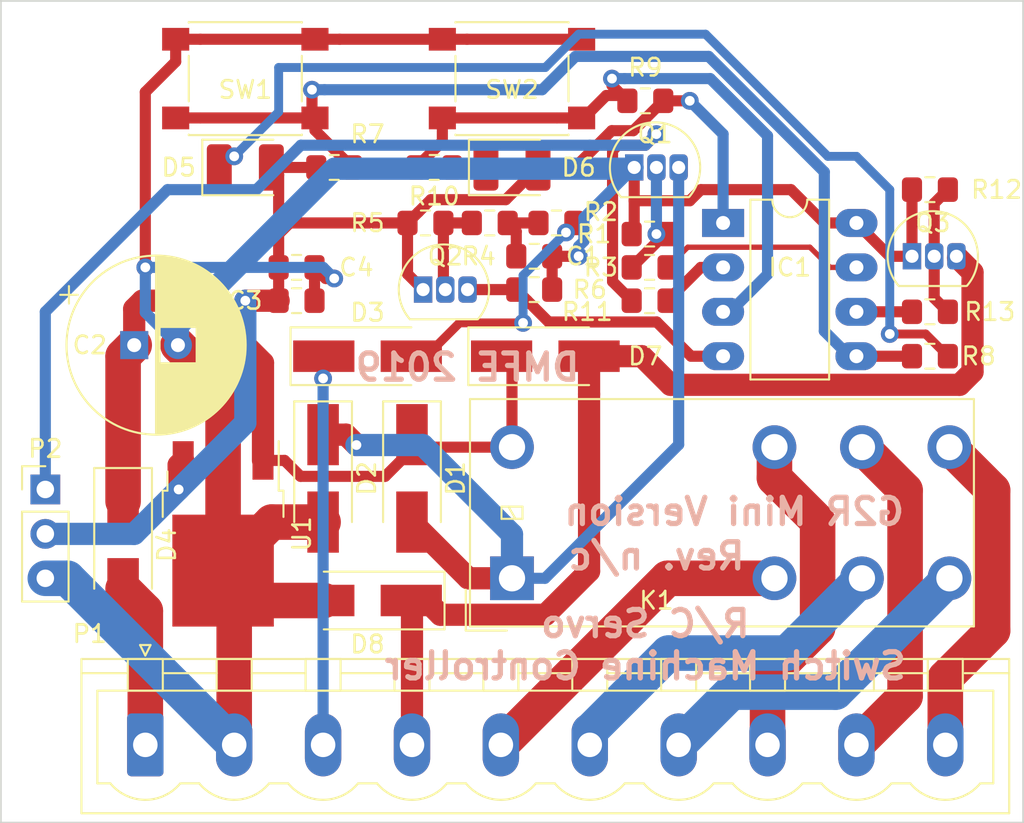
<source format=kicad_pcb>
(kicad_pcb (version 20190516) (host pcbnew "(5.1.0-1195-gcea9cd417)")

  (general
    (thickness 1.6)
    (drawings 9)
    (tracks 252)
    (modules 37)
    (nets 28)
  )

  (page "A")
  (title_block
    (title "R/C Servo Switch Machine")
    (date "10/8/2015")
    (rev "NC")
    (company "DMFE")
  )

  (layers
    (0 "F.Cu" signal)
    (31 "B.Cu" signal)
    (32 "B.Adhes" user hide)
    (33 "F.Adhes" user hide)
    (34 "B.Paste" user hide)
    (35 "F.Paste" user hide)
    (36 "B.SilkS" user)
    (37 "F.SilkS" user)
    (38 "B.Mask" user hide)
    (39 "F.Mask" user hide)
    (40 "Dwgs.User" user hide)
    (41 "Cmts.User" user)
    (42 "Eco1.User" user)
    (43 "Eco2.User" user)
    (44 "Edge.Cuts" user)
    (45 "Margin" user)
    (46 "B.CrtYd" user)
    (47 "F.CrtYd" user)
    (48 "B.Fab" user hide)
    (49 "F.Fab" user hide)
  )

  (setup
    (last_trace_width 0.635)
    (user_trace_width 0.3048)
    (user_trace_width 0.508)
    (user_trace_width 0.635)
    (user_trace_width 1.27)
    (user_trace_width 2.032)
    (user_trace_width 2.54)
    (trace_clearance 0.2)
    (zone_clearance 0.508)
    (zone_45_only no)
    (trace_min 0.2)
    (via_size 1.016)
    (via_drill 0.5588)
    (via_min_size 0.4)
    (via_min_drill 0.3)
    (uvia_size 0.3)
    (uvia_drill 0.1)
    (uvias_allowed no)
    (uvia_min_size 0.2)
    (uvia_min_drill 0.1)
    (max_error 0.005)
    (edge_width 0.15)
    (segment_width 0.2)
    (pcb_text_width 0.3)
    (pcb_text_size 1.5 1.5)
    (mod_edge_width 0.15)
    (mod_text_size 1 1)
    (mod_text_width 0.15)
    (pad_size 1.524 1.524)
    (pad_drill 0.762)
    (pad_to_mask_clearance 0)
    (aux_axis_origin 0 0)
    (visible_elements FFFFFF7F)
    (pcbplotparams
      (layerselection 0x010f0_ffffffff)
      (usegerberextensions true)
      (usegerberattributes false)
      (usegerberadvancedattributes false)
      (creategerberjobfile false)
      (excludeedgelayer true)
      (linewidth 0.100000)
      (plotframeref false)
      (viasonmask false)
      (mode 1)
      (useauxorigin false)
      (hpglpennumber 1)
      (hpglpenspeed 20)
      (hpglpendiameter 15.000000)
      (psnegative false)
      (psa4output false)
      (plotreference true)
      (plotvalue false)
      (plotinvisibletext false)
      (padsonsilk false)
      (subtractmaskfromsilk false)
      (outputformat 1)
      (mirror false)
      (drillshape 0)
      (scaleselection 1)
      (outputdirectory "Fab/"))
  )

  (net 0 "")
  (net 1 "Net-(C1-Pad1)")
  (net 2 "GND")
  (net 3 "+24V")
  (net 4 "+5V")
  (net 5 "Net-(D1-Pad2)")
  (net 6 "Net-(D3-Pad1)")
  (net 7 "Net-(D3-Pad2)")
  (net 8 "Net-(D4-Pad2)")
  (net 9 "Net-(D5-Pad1)")
  (net 10 "Net-(D6-Pad1)")
  (net 11 "Net-(D7-Pad2)")
  (net 12 "Net-(IC1-Pad2)")
  (net 13 "Net-(IC1-Pad3)")
  (net 14 "Net-(IC1-Pad4)")
  (net 15 "Net-(IC1-Pad5)")
  (net 16 "Net-(IC1-Pad6)")
  (net 17 "Net-(IC1-Pad7)")
  (net 18 "Net-(K1-Pad5)")
  (net 19 "Net-(P2-Pad1)")
  (net 20 "Net-(Q1-Pad2)")
  (net 21 "Net-(Q2-Pad2)")
  (net 22 "Net-(Q3-Pad2)")
  (net 23 "Net-(K1-Pad2)")
  (net 24 "Net-(K1-Pad4)")
  (net 25 "Net-(K1-Pad6)")
  (net 26 "Net-(K1-Pad7)")
  (net 27 "Net-(K1-Pad3)")

  (net_class "Default" "This is the default net class."
    (clearance 0.2)
    (trace_width 0.3048)
    (via_dia 1.016)
    (via_drill 0.5588)
    (uvia_dia 0.3)
    (uvia_drill 0.1)
    (add_net "+24V")
    (add_net "+5V")
    (add_net "GND")
    (add_net "Net-(C1-Pad1)")
    (add_net "Net-(D1-Pad2)")
    (add_net "Net-(D3-Pad1)")
    (add_net "Net-(D3-Pad2)")
    (add_net "Net-(D4-Pad2)")
    (add_net "Net-(D5-Pad1)")
    (add_net "Net-(D6-Pad1)")
    (add_net "Net-(D7-Pad2)")
    (add_net "Net-(IC1-Pad2)")
    (add_net "Net-(IC1-Pad3)")
    (add_net "Net-(IC1-Pad4)")
    (add_net "Net-(IC1-Pad5)")
    (add_net "Net-(IC1-Pad6)")
    (add_net "Net-(IC1-Pad7)")
    (add_net "Net-(K1-Pad2)")
    (add_net "Net-(K1-Pad3)")
    (add_net "Net-(K1-Pad4)")
    (add_net "Net-(K1-Pad5)")
    (add_net "Net-(K1-Pad6)")
    (add_net "Net-(K1-Pad7)")
    (add_net "Net-(P2-Pad1)")
    (add_net "Net-(Q1-Pad2)")
    (add_net "Net-(Q2-Pad2)")
    (add_net "Net-(Q3-Pad2)")
  )

  (module "MountingHole:MountingHole_3.2mm_M3" (layer "F.Cu") (tedit 56D1B4CB) (tstamp 5D2B4CAF)
    (at 72.39 38.1)
    (descr "Mounting Hole 3.2mm, no annular, M3")
    (tags "mounting hole 3.2mm no annular m3")
    (attr virtual)
    (fp_text reference "H1" (at 0 -4.2) (layer "F.SilkS") hide
      (effects (font (size 1 1) (thickness 0.15)))
    )
    (fp_text value "MountingHole_3.2mm_M3" (at 0 4.2) (layer "F.Fab")
      (effects (font (size 1 1) (thickness 0.15)))
    )
    (fp_text user "%R" (at 0.3 0) (layer "F.Fab")
      (effects (font (size 1 1) (thickness 0.15)))
    )
    (fp_circle (center 0 0) (end 3.2 0) (layer "Cmts.User") (width 0.15))
    (fp_circle (center 0 0) (end 3.45 0) (layer "F.CrtYd") (width 0.05))
    (pad "1" np_thru_hole circle (at 0 0) (size 3.2 3.2) (drill 3.2) (layers *.Cu *.Mask))
  )

  (module "MountingHole:MountingHole_3.2mm_M3" (layer "F.Cu") (tedit 56D1B4CB) (tstamp 5D2B4C6F)
    (at 123.19 38.1)
    (descr "Mounting Hole 3.2mm, no annular, M3")
    (tags "mounting hole 3.2mm no annular m3")
    (attr virtual)
    (fp_text reference "H2" (at 0 -4.2) (layer "F.SilkS") hide
      (effects (font (size 1 1) (thickness 0.15)))
    )
    (fp_text value "MountingHole_3.2mm_M3" (at 0 4.2) (layer "F.Fab")
      (effects (font (size 1 1) (thickness 0.15)))
    )
    (fp_text user "%R" (at 0.3 0) (layer "F.Fab")
      (effects (font (size 1 1) (thickness 0.15)))
    )
    (fp_circle (center 0 0) (end 3.2 0) (layer "Cmts.User") (width 0.15))
    (fp_circle (center 0 0) (end 3.45 0) (layer "F.CrtYd") (width 0.05))
    (pad "1" np_thru_hole circle (at 0 0) (size 3.2 3.2) (drill 3.2) (layers *.Cu *.Mask))
  )

  (module "Package_TO_SOT_SMD:TO-252-2" (layer "F.Cu") (tedit 5A70A390) (tstamp 5D2B1D05)
    (at 81.28 64.77 270)
    (descr "TO-252 / DPAK SMD package, http://www.infineon.com/cms/en/product/packages/PG-TO252/PG-TO252-3-1/")
    (tags "DPAK TO-252 DPAK-3 TO-252-3 SOT-428")
    (path "/5615E0EF")
    (attr smd)
    (fp_text reference "U1" (at 0 -4.5 90) (layer "F.SilkS")
      (effects (font (size 1 1) (thickness 0.15)))
    )
    (fp_text value "LM7805CT" (at 0 4.5 90) (layer "F.Fab")
      (effects (font (size 1 1) (thickness 0.15)))
    )
    (fp_text user "%R" (at 0 0 90) (layer "F.Fab")
      (effects (font (size 1 1) (thickness 0.15)))
    )
    (fp_line (start 5.55 -3.5) (end -5.55 -3.5) (layer "F.CrtYd") (width 0.05))
    (fp_line (start 5.55 3.5) (end 5.55 -3.5) (layer "F.CrtYd") (width 0.05))
    (fp_line (start -5.55 3.5) (end 5.55 3.5) (layer "F.CrtYd") (width 0.05))
    (fp_line (start -5.55 -3.5) (end -5.55 3.5) (layer "F.CrtYd") (width 0.05))
    (fp_line (start -2.47 3.18) (end -3.57 3.18) (layer "F.SilkS") (width 0.12))
    (fp_line (start -2.47 3.45) (end -2.47 3.18) (layer "F.SilkS") (width 0.12))
    (fp_line (start -0.97 3.45) (end -2.47 3.45) (layer "F.SilkS") (width 0.12))
    (fp_line (start -2.47 -3.18) (end -5.3 -3.18) (layer "F.SilkS") (width 0.12))
    (fp_line (start -2.47 -3.45) (end -2.47 -3.18) (layer "F.SilkS") (width 0.12))
    (fp_line (start -0.97 -3.45) (end -2.47 -3.45) (layer "F.SilkS") (width 0.12))
    (fp_line (start -4.97 2.655) (end -2.27 2.655) (layer "F.Fab") (width 0.1))
    (fp_line (start -4.97 1.905) (end -4.97 2.655) (layer "F.Fab") (width 0.1))
    (fp_line (start -2.27 1.905) (end -4.97 1.905) (layer "F.Fab") (width 0.1))
    (fp_line (start -4.97 -1.905) (end -2.27 -1.905) (layer "F.Fab") (width 0.1))
    (fp_line (start -4.97 -2.655) (end -4.97 -1.905) (layer "F.Fab") (width 0.1))
    (fp_line (start -1.865 -2.655) (end -4.97 -2.655) (layer "F.Fab") (width 0.1))
    (fp_line (start -1.27 -3.25) (end 3.95 -3.25) (layer "F.Fab") (width 0.1))
    (fp_line (start -2.27 -2.25) (end -1.27 -3.25) (layer "F.Fab") (width 0.1))
    (fp_line (start -2.27 3.25) (end -2.27 -2.25) (layer "F.Fab") (width 0.1))
    (fp_line (start 3.95 3.25) (end -2.27 3.25) (layer "F.Fab") (width 0.1))
    (fp_line (start 3.95 -3.25) (end 3.95 3.25) (layer "F.Fab") (width 0.1))
    (fp_line (start 4.95 2.7) (end 3.95 2.7) (layer "F.Fab") (width 0.1))
    (fp_line (start 4.95 -2.7) (end 4.95 2.7) (layer "F.Fab") (width 0.1))
    (fp_line (start 3.95 -2.7) (end 4.95 -2.7) (layer "F.Fab") (width 0.1))
    (pad "" smd rect (at 0.425 1.525 270) (size 3.05 2.75) (layers "F.Paste"))
    (pad "" smd rect (at 3.775 -1.525 270) (size 3.05 2.75) (layers "F.Paste"))
    (pad "" smd rect (at 0.425 -1.525 270) (size 3.05 2.75) (layers "F.Paste"))
    (pad "" smd rect (at 3.775 1.525 270) (size 3.05 2.75) (layers "F.Paste"))
    (pad "2" smd rect (at 2.1 0 270) (size 6.4 5.8) (layers "F.Cu" "F.Mask")
      (net 2 "GND"))
    (pad "3" smd rect (at -4.2 2.28 270) (size 2.2 1.2) (layers "F.Cu" "F.Paste" "F.Mask")
      (net 4 "+5V"))
    (pad "1" smd rect (at -4.2 -2.28 270) (size 2.2 1.2) (layers "F.Cu" "F.Paste" "F.Mask")
      (net 3 "+24V"))
    (model "${KISYS3DMOD}/Package_TO_SOT_SMD.3dshapes/TO-252-2.wrl"
      (at (xyz 0 0 0))
      (scale (xyz 1 1 1))
      (rotate (xyz 0 0 0))
    )
  )

  (module "Button_Switch_SMD:SW_SPST_PTS645" (layer "F.Cu") (tedit 5A02FC95) (tstamp 5D2B1CE1)
    (at 97.79 38.735 180)
    (descr "C&K Components SPST SMD PTS645 Series 6mm Tact Switch")
    (tags "SPST Button Switch")
    (path "/5615FC51")
    (attr smd)
    (fp_text reference "SW2" (at 0 -0.635) (layer "F.SilkS")
      (effects (font (size 1 1) (thickness 0.15)))
    )
    (fp_text value "SW_PUSH" (at 0 4.15) (layer "F.Fab")
      (effects (font (size 1 1) (thickness 0.15)))
    )
    (fp_circle (center 0 0) (end 1.75 -0.05) (layer "F.Fab") (width 0.1))
    (fp_line (start -3.23 3.23) (end 3.23 3.23) (layer "F.SilkS") (width 0.12))
    (fp_line (start -3.23 -1.3) (end -3.23 1.3) (layer "F.SilkS") (width 0.12))
    (fp_line (start -3.23 -3.23) (end 3.23 -3.23) (layer "F.SilkS") (width 0.12))
    (fp_line (start 3.23 -1.3) (end 3.23 1.3) (layer "F.SilkS") (width 0.12))
    (fp_line (start -3.23 -3.2) (end -3.23 -3.23) (layer "F.SilkS") (width 0.12))
    (fp_line (start -3.23 3.23) (end -3.23 3.2) (layer "F.SilkS") (width 0.12))
    (fp_line (start 3.23 3.23) (end 3.23 3.2) (layer "F.SilkS") (width 0.12))
    (fp_line (start 3.23 -3.23) (end 3.23 -3.2) (layer "F.SilkS") (width 0.12))
    (fp_line (start -5.05 -3.4) (end 5.05 -3.4) (layer "F.CrtYd") (width 0.05))
    (fp_line (start -5.05 3.4) (end 5.05 3.4) (layer "F.CrtYd") (width 0.05))
    (fp_line (start -5.05 -3.4) (end -5.05 3.4) (layer "F.CrtYd") (width 0.05))
    (fp_line (start 5.05 3.4) (end 5.05 -3.4) (layer "F.CrtYd") (width 0.05))
    (fp_line (start 3 -3) (end -3 -3) (layer "F.Fab") (width 0.1))
    (fp_line (start 3 3) (end 3 -3) (layer "F.Fab") (width 0.1))
    (fp_line (start -3 3) (end 3 3) (layer "F.Fab") (width 0.1))
    (fp_line (start -3 -3) (end -3 3) (layer "F.Fab") (width 0.1))
    (fp_text user "%R" (at 0 -4.05) (layer "F.Fab")
      (effects (font (size 1 1) (thickness 0.15)))
    )
    (pad "2" smd rect (at 3.98 2.25 180) (size 1.55 1.3) (layers "F.Cu" "F.Paste" "F.Mask")
      (net 2 "GND"))
    (pad "1" smd rect (at 3.98 -2.25 180) (size 1.55 1.3) (layers "F.Cu" "F.Paste" "F.Mask")
      (net 13 "Net-(IC1-Pad3)"))
    (pad "1" smd rect (at -3.98 -2.25 180) (size 1.55 1.3) (layers "F.Cu" "F.Paste" "F.Mask")
      (net 13 "Net-(IC1-Pad3)"))
    (pad "2" smd rect (at -3.98 2.25 180) (size 1.55 1.3) (layers "F.Cu" "F.Paste" "F.Mask")
      (net 2 "GND"))
    (model "${KISYS3DMOD}/Button_Switch_SMD.3dshapes/SW_SPST_PTS645.wrl"
      (at (xyz 0 0 0))
      (scale (xyz 1 1 1))
      (rotate (xyz 0 0 0))
    )
  )

  (module "Button_Switch_SMD:SW_SPST_PTS645" (layer "F.Cu") (tedit 5A02FC95) (tstamp 5D2B1CC7)
    (at 82.55 38.735 180)
    (descr "C&K Components SPST SMD PTS645 Series 6mm Tact Switch")
    (tags "SPST Button Switch")
    (path "/5615FBDF")
    (attr smd)
    (fp_text reference "SW1" (at 0 -0.635) (layer "F.SilkS")
      (effects (font (size 1 1) (thickness 0.15)))
    )
    (fp_text value "SW_PUSH" (at 0 4.15) (layer "F.Fab")
      (effects (font (size 1 1) (thickness 0.15)))
    )
    (fp_circle (center 0 0) (end 1.75 -0.05) (layer "F.Fab") (width 0.1))
    (fp_line (start -3.23 3.23) (end 3.23 3.23) (layer "F.SilkS") (width 0.12))
    (fp_line (start -3.23 -1.3) (end -3.23 1.3) (layer "F.SilkS") (width 0.12))
    (fp_line (start -3.23 -3.23) (end 3.23 -3.23) (layer "F.SilkS") (width 0.12))
    (fp_line (start 3.23 -1.3) (end 3.23 1.3) (layer "F.SilkS") (width 0.12))
    (fp_line (start -3.23 -3.2) (end -3.23 -3.23) (layer "F.SilkS") (width 0.12))
    (fp_line (start -3.23 3.23) (end -3.23 3.2) (layer "F.SilkS") (width 0.12))
    (fp_line (start 3.23 3.23) (end 3.23 3.2) (layer "F.SilkS") (width 0.12))
    (fp_line (start 3.23 -3.23) (end 3.23 -3.2) (layer "F.SilkS") (width 0.12))
    (fp_line (start -5.05 -3.4) (end 5.05 -3.4) (layer "F.CrtYd") (width 0.05))
    (fp_line (start -5.05 3.4) (end 5.05 3.4) (layer "F.CrtYd") (width 0.05))
    (fp_line (start -5.05 -3.4) (end -5.05 3.4) (layer "F.CrtYd") (width 0.05))
    (fp_line (start 5.05 3.4) (end 5.05 -3.4) (layer "F.CrtYd") (width 0.05))
    (fp_line (start 3 -3) (end -3 -3) (layer "F.Fab") (width 0.1))
    (fp_line (start 3 3) (end 3 -3) (layer "F.Fab") (width 0.1))
    (fp_line (start -3 3) (end 3 3) (layer "F.Fab") (width 0.1))
    (fp_line (start -3 -3) (end -3 3) (layer "F.Fab") (width 0.1))
    (fp_text user "%R" (at 0 -4.05) (layer "F.Fab")
      (effects (font (size 1 1) (thickness 0.15)))
    )
    (pad "2" smd rect (at 3.98 2.25 180) (size 1.55 1.3) (layers "F.Cu" "F.Paste" "F.Mask")
      (net 2 "GND"))
    (pad "1" smd rect (at 3.98 -2.25 180) (size 1.55 1.3) (layers "F.Cu" "F.Paste" "F.Mask")
      (net 15 "Net-(IC1-Pad5)"))
    (pad "1" smd rect (at -3.98 -2.25 180) (size 1.55 1.3) (layers "F.Cu" "F.Paste" "F.Mask")
      (net 15 "Net-(IC1-Pad5)"))
    (pad "2" smd rect (at -3.98 2.25 180) (size 1.55 1.3) (layers "F.Cu" "F.Paste" "F.Mask")
      (net 2 "GND"))
    (model "${KISYS3DMOD}/Button_Switch_SMD.3dshapes/SW_SPST_PTS645.wrl"
      (at (xyz 0 0 0))
      (scale (xyz 1 1 1))
      (rotate (xyz 0 0 0))
    )
  )

  (module "Resistor_SMD:R_0805_2012Metric_Pad1.15x1.40mm_HandSolder" (layer "F.Cu") (tedit 5B36C52B) (tstamp 5D2B1CAD)
    (at 121.675 52.07)
    (descr "Resistor SMD 0805 (2012 Metric), square (rectangular) end terminal, IPC_7351 nominal with elongated pad for handsoldering. (Body size source: https://docs.google.com/spreadsheets/d/1BsfQQcO9C6DZCsRaXUlFlo91Tg2WpOkGARC1WS5S8t0/edit?usp=sharing), generated with kicad-footprint-generator")
    (tags "resistor handsolder")
    (path "/561616B1")
    (attr smd)
    (fp_text reference "R13" (at 3.42 0) (layer "F.SilkS")
      (effects (font (size 1 1) (thickness 0.15)))
    )
    (fp_text value "1K" (at 0 1.65) (layer "F.Fab")
      (effects (font (size 1 1) (thickness 0.15)))
    )
    (fp_text user "%R" (at 0 0) (layer "F.Fab")
      (effects (font (size 0.5 0.5) (thickness 0.08)))
    )
    (fp_line (start 1.85 0.95) (end -1.85 0.95) (layer "F.CrtYd") (width 0.05))
    (fp_line (start 1.85 -0.95) (end 1.85 0.95) (layer "F.CrtYd") (width 0.05))
    (fp_line (start -1.85 -0.95) (end 1.85 -0.95) (layer "F.CrtYd") (width 0.05))
    (fp_line (start -1.85 0.95) (end -1.85 -0.95) (layer "F.CrtYd") (width 0.05))
    (fp_line (start -0.261252 0.71) (end 0.261252 0.71) (layer "F.SilkS") (width 0.12))
    (fp_line (start -0.261252 -0.71) (end 0.261252 -0.71) (layer "F.SilkS") (width 0.12))
    (fp_line (start 1 0.6) (end -1 0.6) (layer "F.Fab") (width 0.1))
    (fp_line (start 1 -0.6) (end 1 0.6) (layer "F.Fab") (width 0.1))
    (fp_line (start -1 -0.6) (end 1 -0.6) (layer "F.Fab") (width 0.1))
    (fp_line (start -1 0.6) (end -1 -0.6) (layer "F.Fab") (width 0.1))
    (pad "2" smd roundrect (at 1.025 0) (size 1.15 1.4) (layers "F.Cu" "F.Paste" "F.Mask") (roundrect_rratio 0.217391)
      (net 22 "Net-(Q3-Pad2)"))
    (pad "1" smd roundrect (at -1.025 0) (size 1.15 1.4) (layers "F.Cu" "F.Paste" "F.Mask") (roundrect_rratio 0.217391)
      (net 16 "Net-(IC1-Pad6)"))
    (model "${KISYS3DMOD}/Resistor_SMD.3dshapes/R_0805_2012Metric.wrl"
      (at (xyz 0 0 0))
      (scale (xyz 1 1 1))
      (rotate (xyz 0 0 0))
    )
  )

  (module "Resistor_SMD:R_0805_2012Metric_Pad1.15x1.40mm_HandSolder" (layer "F.Cu") (tedit 5B36C52B) (tstamp 5D2B1C9C)
    (at 121.675 45.085 180)
    (descr "Resistor SMD 0805 (2012 Metric), square (rectangular) end terminal, IPC_7351 nominal with elongated pad for handsoldering. (Body size source: https://docs.google.com/spreadsheets/d/1BsfQQcO9C6DZCsRaXUlFlo91Tg2WpOkGARC1WS5S8t0/edit?usp=sharing), generated with kicad-footprint-generator")
    (tags "resistor handsolder")
    (path "/561616B7")
    (attr smd)
    (fp_text reference "R12" (at -3.81 0) (layer "F.SilkS")
      (effects (font (size 1 1) (thickness 0.15)))
    )
    (fp_text value "47K" (at 0 1.65) (layer "F.Fab")
      (effects (font (size 1 1) (thickness 0.15)))
    )
    (fp_text user "%R" (at 0 0) (layer "F.Fab")
      (effects (font (size 0.5 0.5) (thickness 0.08)))
    )
    (fp_line (start 1.85 0.95) (end -1.85 0.95) (layer "F.CrtYd") (width 0.05))
    (fp_line (start 1.85 -0.95) (end 1.85 0.95) (layer "F.CrtYd") (width 0.05))
    (fp_line (start -1.85 -0.95) (end 1.85 -0.95) (layer "F.CrtYd") (width 0.05))
    (fp_line (start -1.85 0.95) (end -1.85 -0.95) (layer "F.CrtYd") (width 0.05))
    (fp_line (start -0.261252 0.71) (end 0.261252 0.71) (layer "F.SilkS") (width 0.12))
    (fp_line (start -0.261252 -0.71) (end 0.261252 -0.71) (layer "F.SilkS") (width 0.12))
    (fp_line (start 1 0.6) (end -1 0.6) (layer "F.Fab") (width 0.1))
    (fp_line (start 1 -0.6) (end 1 0.6) (layer "F.Fab") (width 0.1))
    (fp_line (start -1 -0.6) (end 1 -0.6) (layer "F.Fab") (width 0.1))
    (fp_line (start -1 0.6) (end -1 -0.6) (layer "F.Fab") (width 0.1))
    (pad "2" smd roundrect (at 1.025 0 180) (size 1.15 1.4) (layers "F.Cu" "F.Paste" "F.Mask") (roundrect_rratio 0.217391)
      (net 2 "GND"))
    (pad "1" smd roundrect (at -1.025 0 180) (size 1.15 1.4) (layers "F.Cu" "F.Paste" "F.Mask") (roundrect_rratio 0.217391)
      (net 22 "Net-(Q3-Pad2)"))
    (model "${KISYS3DMOD}/Resistor_SMD.3dshapes/R_0805_2012Metric.wrl"
      (at (xyz 0 0 0))
      (scale (xyz 1 1 1))
      (rotate (xyz 0 0 0))
    )
  )

  (module "Resistor_SMD:R_0805_2012Metric_Pad1.15x1.40mm_HandSolder" (layer "F.Cu") (tedit 5B36C52B) (tstamp 5D2B1C8B)
    (at 105.655 51.435)
    (descr "Resistor SMD 0805 (2012 Metric), square (rectangular) end terminal, IPC_7351 nominal with elongated pad for handsoldering. (Body size source: https://docs.google.com/spreadsheets/d/1BsfQQcO9C6DZCsRaXUlFlo91Tg2WpOkGARC1WS5S8t0/edit?usp=sharing), generated with kicad-footprint-generator")
    (tags "resistor handsolder")
    (path "/5615EA82")
    (attr smd)
    (fp_text reference "R11" (at -3.565 0.635) (layer "F.SilkS")
      (effects (font (size 1 1) (thickness 0.15)))
    )
    (fp_text value "220R" (at 0 1.65) (layer "F.Fab")
      (effects (font (size 1 1) (thickness 0.15)))
    )
    (fp_text user "%R" (at 0 0) (layer "F.Fab")
      (effects (font (size 0.5 0.5) (thickness 0.08)))
    )
    (fp_line (start 1.85 0.95) (end -1.85 0.95) (layer "F.CrtYd") (width 0.05))
    (fp_line (start 1.85 -0.95) (end 1.85 0.95) (layer "F.CrtYd") (width 0.05))
    (fp_line (start -1.85 -0.95) (end 1.85 -0.95) (layer "F.CrtYd") (width 0.05))
    (fp_line (start -1.85 0.95) (end -1.85 -0.95) (layer "F.CrtYd") (width 0.05))
    (fp_line (start -0.261252 0.71) (end 0.261252 0.71) (layer "F.SilkS") (width 0.12))
    (fp_line (start -0.261252 -0.71) (end 0.261252 -0.71) (layer "F.SilkS") (width 0.12))
    (fp_line (start 1 0.6) (end -1 0.6) (layer "F.Fab") (width 0.1))
    (fp_line (start 1 -0.6) (end 1 0.6) (layer "F.Fab") (width 0.1))
    (fp_line (start -1 -0.6) (end 1 -0.6) (layer "F.Fab") (width 0.1))
    (fp_line (start -1 0.6) (end -1 -0.6) (layer "F.Fab") (width 0.1))
    (pad "2" smd roundrect (at 1.025 0) (size 1.15 1.4) (layers "F.Cu" "F.Paste" "F.Mask") (roundrect_rratio 0.217391)
      (net 12 "Net-(IC1-Pad2)"))
    (pad "1" smd roundrect (at -1.025 0) (size 1.15 1.4) (layers "F.Cu" "F.Paste" "F.Mask") (roundrect_rratio 0.217391)
      (net 19 "Net-(P2-Pad1)"))
    (model "${KISYS3DMOD}/Resistor_SMD.3dshapes/R_0805_2012Metric.wrl"
      (at (xyz 0 0 0))
      (scale (xyz 1 1 1))
      (rotate (xyz 0 0 0))
    )
  )

  (module "Resistor_SMD:R_0805_2012Metric_Pad1.15x1.40mm_HandSolder" (layer "F.Cu") (tedit 5B36C52B) (tstamp 5D2B1C7A)
    (at 93.345 43.815 180)
    (descr "Resistor SMD 0805 (2012 Metric), square (rectangular) end terminal, IPC_7351 nominal with elongated pad for handsoldering. (Body size source: https://docs.google.com/spreadsheets/d/1BsfQQcO9C6DZCsRaXUlFlo91Tg2WpOkGARC1WS5S8t0/edit?usp=sharing), generated with kicad-footprint-generator")
    (tags "resistor handsolder")
    (path "/5615FE34")
    (attr smd)
    (fp_text reference "R10" (at 0 -1.65) (layer "F.SilkS")
      (effects (font (size 1 1) (thickness 0.15)))
    )
    (fp_text value "1K" (at 0 1.65) (layer "F.Fab")
      (effects (font (size 1 1) (thickness 0.15)))
    )
    (fp_text user "%R" (at 0 0) (layer "F.Fab")
      (effects (font (size 0.5 0.5) (thickness 0.08)))
    )
    (fp_line (start 1.85 0.95) (end -1.85 0.95) (layer "F.CrtYd") (width 0.05))
    (fp_line (start 1.85 -0.95) (end 1.85 0.95) (layer "F.CrtYd") (width 0.05))
    (fp_line (start -1.85 -0.95) (end 1.85 -0.95) (layer "F.CrtYd") (width 0.05))
    (fp_line (start -1.85 0.95) (end -1.85 -0.95) (layer "F.CrtYd") (width 0.05))
    (fp_line (start -0.261252 0.71) (end 0.261252 0.71) (layer "F.SilkS") (width 0.12))
    (fp_line (start -0.261252 -0.71) (end 0.261252 -0.71) (layer "F.SilkS") (width 0.12))
    (fp_line (start 1 0.6) (end -1 0.6) (layer "F.Fab") (width 0.1))
    (fp_line (start 1 -0.6) (end 1 0.6) (layer "F.Fab") (width 0.1))
    (fp_line (start -1 -0.6) (end 1 -0.6) (layer "F.Fab") (width 0.1))
    (fp_line (start -1 0.6) (end -1 -0.6) (layer "F.Fab") (width 0.1))
    (pad "2" smd roundrect (at 1.025 0 180) (size 1.15 1.4) (layers "F.Cu" "F.Paste" "F.Mask") (roundrect_rratio 0.217391)
      (net 13 "Net-(IC1-Pad3)"))
    (pad "1" smd roundrect (at -1.025 0 180) (size 1.15 1.4) (layers "F.Cu" "F.Paste" "F.Mask") (roundrect_rratio 0.217391)
      (net 10 "Net-(D6-Pad1)"))
    (model "${KISYS3DMOD}/Resistor_SMD.3dshapes/R_0805_2012Metric.wrl"
      (at (xyz 0 0 0))
      (scale (xyz 1 1 1))
      (rotate (xyz 0 0 0))
    )
  )

  (module "Resistor_SMD:R_0805_2012Metric_Pad1.15x1.40mm_HandSolder" (layer "F.Cu") (tedit 5B36C52B) (tstamp 5D2B1C69)
    (at 105.41 40.005 180)
    (descr "Resistor SMD 0805 (2012 Metric), square (rectangular) end terminal, IPC_7351 nominal with elongated pad for handsoldering. (Body size source: https://docs.google.com/spreadsheets/d/1BsfQQcO9C6DZCsRaXUlFlo91Tg2WpOkGARC1WS5S8t0/edit?usp=sharing), generated with kicad-footprint-generator")
    (tags "resistor handsolder")
    (path "/5615FF65")
    (attr smd)
    (fp_text reference "R9" (at 0 1.905) (layer "F.SilkS")
      (effects (font (size 1 1) (thickness 0.15)))
    )
    (fp_text value "47K" (at 0 1.65) (layer "F.Fab")
      (effects (font (size 1 1) (thickness 0.15)))
    )
    (fp_text user "%R" (at 0 0) (layer "F.Fab")
      (effects (font (size 0.5 0.5) (thickness 0.08)))
    )
    (fp_line (start 1.85 0.95) (end -1.85 0.95) (layer "F.CrtYd") (width 0.05))
    (fp_line (start 1.85 -0.95) (end 1.85 0.95) (layer "F.CrtYd") (width 0.05))
    (fp_line (start -1.85 -0.95) (end 1.85 -0.95) (layer "F.CrtYd") (width 0.05))
    (fp_line (start -1.85 0.95) (end -1.85 -0.95) (layer "F.CrtYd") (width 0.05))
    (fp_line (start -0.261252 0.71) (end 0.261252 0.71) (layer "F.SilkS") (width 0.12))
    (fp_line (start -0.261252 -0.71) (end 0.261252 -0.71) (layer "F.SilkS") (width 0.12))
    (fp_line (start 1 0.6) (end -1 0.6) (layer "F.Fab") (width 0.1))
    (fp_line (start 1 -0.6) (end 1 0.6) (layer "F.Fab") (width 0.1))
    (fp_line (start -1 -0.6) (end 1 -0.6) (layer "F.Fab") (width 0.1))
    (fp_line (start -1 0.6) (end -1 -0.6) (layer "F.Fab") (width 0.1))
    (pad "2" smd roundrect (at 1.025 0 180) (size 1.15 1.4) (layers "F.Cu" "F.Paste" "F.Mask") (roundrect_rratio 0.217391)
      (net 13 "Net-(IC1-Pad3)"))
    (pad "1" smd roundrect (at -1.025 0 180) (size 1.15 1.4) (layers "F.Cu" "F.Paste" "F.Mask") (roundrect_rratio 0.217391)
      (net 4 "+5V"))
    (model "${KISYS3DMOD}/Resistor_SMD.3dshapes/R_0805_2012Metric.wrl"
      (at (xyz 0 0 0))
      (scale (xyz 1 1 1))
      (rotate (xyz 0 0 0))
    )
  )

  (module "Resistor_SMD:R_0805_2012Metric_Pad1.15x1.40mm_HandSolder" (layer "F.Cu") (tedit 5B36C52B) (tstamp 5D2B1C58)
    (at 121.675 54.61 180)
    (descr "Resistor SMD 0805 (2012 Metric), square (rectangular) end terminal, IPC_7351 nominal with elongated pad for handsoldering. (Body size source: https://docs.google.com/spreadsheets/d/1BsfQQcO9C6DZCsRaXUlFlo91Tg2WpOkGARC1WS5S8t0/edit?usp=sharing), generated with kicad-footprint-generator")
    (tags "resistor handsolder")
    (path "/5615FDC0")
    (attr smd)
    (fp_text reference "R8" (at -2.785 0) (layer "F.SilkS")
      (effects (font (size 1 1) (thickness 0.15)))
    )
    (fp_text value "1K" (at 0 1.65) (layer "F.Fab")
      (effects (font (size 1 1) (thickness 0.15)))
    )
    (fp_text user "%R" (at 0 0) (layer "F.Fab")
      (effects (font (size 0.5 0.5) (thickness 0.08)))
    )
    (fp_line (start 1.85 0.95) (end -1.85 0.95) (layer "F.CrtYd") (width 0.05))
    (fp_line (start 1.85 -0.95) (end 1.85 0.95) (layer "F.CrtYd") (width 0.05))
    (fp_line (start -1.85 -0.95) (end 1.85 -0.95) (layer "F.CrtYd") (width 0.05))
    (fp_line (start -1.85 0.95) (end -1.85 -0.95) (layer "F.CrtYd") (width 0.05))
    (fp_line (start -0.261252 0.71) (end 0.261252 0.71) (layer "F.SilkS") (width 0.12))
    (fp_line (start -0.261252 -0.71) (end 0.261252 -0.71) (layer "F.SilkS") (width 0.12))
    (fp_line (start 1 0.6) (end -1 0.6) (layer "F.Fab") (width 0.1))
    (fp_line (start 1 -0.6) (end 1 0.6) (layer "F.Fab") (width 0.1))
    (fp_line (start -1 -0.6) (end 1 -0.6) (layer "F.Fab") (width 0.1))
    (fp_line (start -1 0.6) (end -1 -0.6) (layer "F.Fab") (width 0.1))
    (pad "2" smd roundrect (at 1.025 0 180) (size 1.15 1.4) (layers "F.Cu" "F.Paste" "F.Mask") (roundrect_rratio 0.217391)
      (net 15 "Net-(IC1-Pad5)"))
    (pad "1" smd roundrect (at -1.025 0 180) (size 1.15 1.4) (layers "F.Cu" "F.Paste" "F.Mask") (roundrect_rratio 0.217391)
      (net 9 "Net-(D5-Pad1)"))
    (model "${KISYS3DMOD}/Resistor_SMD.3dshapes/R_0805_2012Metric.wrl"
      (at (xyz 0 0 0))
      (scale (xyz 1 1 1))
      (rotate (xyz 0 0 0))
    )
  )

  (module "Resistor_SMD:R_0805_2012Metric_Pad1.15x1.40mm_HandSolder" (layer "F.Cu") (tedit 5B36C52B) (tstamp 5D2B1C47)
    (at 87.63 43.815)
    (descr "Resistor SMD 0805 (2012 Metric), square (rectangular) end terminal, IPC_7351 nominal with elongated pad for handsoldering. (Body size source: https://docs.google.com/spreadsheets/d/1BsfQQcO9C6DZCsRaXUlFlo91Tg2WpOkGARC1WS5S8t0/edit?usp=sharing), generated with kicad-footprint-generator")
    (tags "resistor handsolder")
    (path "/5615FEF5")
    (attr smd)
    (fp_text reference "R7" (at 1.905 -1.905) (layer "F.SilkS")
      (effects (font (size 1 1) (thickness 0.15)))
    )
    (fp_text value "47K" (at 0 1.65) (layer "F.Fab")
      (effects (font (size 1 1) (thickness 0.15)))
    )
    (fp_text user "%R" (at 0 0) (layer "F.Fab")
      (effects (font (size 0.5 0.5) (thickness 0.08)))
    )
    (fp_line (start 1.85 0.95) (end -1.85 0.95) (layer "F.CrtYd") (width 0.05))
    (fp_line (start 1.85 -0.95) (end 1.85 0.95) (layer "F.CrtYd") (width 0.05))
    (fp_line (start -1.85 -0.95) (end 1.85 -0.95) (layer "F.CrtYd") (width 0.05))
    (fp_line (start -1.85 0.95) (end -1.85 -0.95) (layer "F.CrtYd") (width 0.05))
    (fp_line (start -0.261252 0.71) (end 0.261252 0.71) (layer "F.SilkS") (width 0.12))
    (fp_line (start -0.261252 -0.71) (end 0.261252 -0.71) (layer "F.SilkS") (width 0.12))
    (fp_line (start 1 0.6) (end -1 0.6) (layer "F.Fab") (width 0.1))
    (fp_line (start 1 -0.6) (end 1 0.6) (layer "F.Fab") (width 0.1))
    (fp_line (start -1 -0.6) (end 1 -0.6) (layer "F.Fab") (width 0.1))
    (fp_line (start -1 0.6) (end -1 -0.6) (layer "F.Fab") (width 0.1))
    (pad "2" smd roundrect (at 1.025 0) (size 1.15 1.4) (layers "F.Cu" "F.Paste" "F.Mask") (roundrect_rratio 0.217391)
      (net 15 "Net-(IC1-Pad5)"))
    (pad "1" smd roundrect (at -1.025 0) (size 1.15 1.4) (layers "F.Cu" "F.Paste" "F.Mask") (roundrect_rratio 0.217391)
      (net 4 "+5V"))
    (model "${KISYS3DMOD}/Resistor_SMD.3dshapes/R_0805_2012Metric.wrl"
      (at (xyz 0 0 0))
      (scale (xyz 1 1 1))
      (rotate (xyz 0 0 0))
    )
  )

  (module "Resistor_SMD:R_0805_2012Metric_Pad1.15x1.40mm_HandSolder" (layer "F.Cu") (tedit 5B36C52B) (tstamp 5D2B1C36)
    (at 99.06 50.8 180)
    (descr "Resistor SMD 0805 (2012 Metric), square (rectangular) end terminal, IPC_7351 nominal with elongated pad for handsoldering. (Body size source: https://docs.google.com/spreadsheets/d/1BsfQQcO9C6DZCsRaXUlFlo91Tg2WpOkGARC1WS5S8t0/edit?usp=sharing), generated with kicad-footprint-generator")
    (tags "resistor handsolder")
    (path "/5615F21C")
    (attr smd)
    (fp_text reference "R6" (at -3.175 0) (layer "F.SilkS")
      (effects (font (size 1 1) (thickness 0.15)))
    )
    (fp_text value "47K" (at 0 1.65) (layer "F.Fab")
      (effects (font (size 1 1) (thickness 0.15)))
    )
    (fp_text user "%R" (at 0 0) (layer "F.Fab")
      (effects (font (size 0.5 0.5) (thickness 0.08)))
    )
    (fp_line (start 1.85 0.95) (end -1.85 0.95) (layer "F.CrtYd") (width 0.05))
    (fp_line (start 1.85 -0.95) (end 1.85 0.95) (layer "F.CrtYd") (width 0.05))
    (fp_line (start -1.85 -0.95) (end 1.85 -0.95) (layer "F.CrtYd") (width 0.05))
    (fp_line (start -1.85 0.95) (end -1.85 -0.95) (layer "F.CrtYd") (width 0.05))
    (fp_line (start -0.261252 0.71) (end 0.261252 0.71) (layer "F.SilkS") (width 0.12))
    (fp_line (start -0.261252 -0.71) (end 0.261252 -0.71) (layer "F.SilkS") (width 0.12))
    (fp_line (start 1 0.6) (end -1 0.6) (layer "F.Fab") (width 0.1))
    (fp_line (start 1 -0.6) (end 1 0.6) (layer "F.Fab") (width 0.1))
    (fp_line (start -1 -0.6) (end 1 -0.6) (layer "F.Fab") (width 0.1))
    (fp_line (start -1 0.6) (end -1 -0.6) (layer "F.Fab") (width 0.1))
    (pad "2" smd roundrect (at 1.025 0 180) (size 1.15 1.4) (layers "F.Cu" "F.Paste" "F.Mask") (roundrect_rratio 0.217391)
      (net 14 "Net-(IC1-Pad4)"))
    (pad "1" smd roundrect (at -1.025 0 180) (size 1.15 1.4) (layers "F.Cu" "F.Paste" "F.Mask") (roundrect_rratio 0.217391)
      (net 2 "GND"))
    (model "${KISYS3DMOD}/Resistor_SMD.3dshapes/R_0805_2012Metric.wrl"
      (at (xyz 0 0 0))
      (scale (xyz 1 1 1))
      (rotate (xyz 0 0 0))
    )
  )

  (module "Resistor_SMD:R_0805_2012Metric_Pad1.15x1.40mm_HandSolder" (layer "F.Cu") (tedit 5B36C52B) (tstamp 5D2B1C25)
    (at 92.845 46.99)
    (descr "Resistor SMD 0805 (2012 Metric), square (rectangular) end terminal, IPC_7351 nominal with elongated pad for handsoldering. (Body size source: https://docs.google.com/spreadsheets/d/1BsfQQcO9C6DZCsRaXUlFlo91Tg2WpOkGARC1WS5S8t0/edit?usp=sharing), generated with kicad-footprint-generator")
    (tags "resistor handsolder")
    (path "/5615F057")
    (attr smd)
    (fp_text reference "R5" (at -3.31 0) (layer "F.SilkS")
      (effects (font (size 1 1) (thickness 0.15)))
    )
    (fp_text value "47K" (at 0 1.65) (layer "F.Fab")
      (effects (font (size 1 1) (thickness 0.15)))
    )
    (fp_text user "%R" (at 0 0) (layer "F.Fab")
      (effects (font (size 0.5 0.5) (thickness 0.08)))
    )
    (fp_line (start 1.85 0.95) (end -1.85 0.95) (layer "F.CrtYd") (width 0.05))
    (fp_line (start 1.85 -0.95) (end 1.85 0.95) (layer "F.CrtYd") (width 0.05))
    (fp_line (start -1.85 -0.95) (end 1.85 -0.95) (layer "F.CrtYd") (width 0.05))
    (fp_line (start -1.85 0.95) (end -1.85 -0.95) (layer "F.CrtYd") (width 0.05))
    (fp_line (start -0.261252 0.71) (end 0.261252 0.71) (layer "F.SilkS") (width 0.12))
    (fp_line (start -0.261252 -0.71) (end 0.261252 -0.71) (layer "F.SilkS") (width 0.12))
    (fp_line (start 1 0.6) (end -1 0.6) (layer "F.Fab") (width 0.1))
    (fp_line (start 1 -0.6) (end 1 0.6) (layer "F.Fab") (width 0.1))
    (fp_line (start -1 -0.6) (end 1 -0.6) (layer "F.Fab") (width 0.1))
    (fp_line (start -1 0.6) (end -1 -0.6) (layer "F.Fab") (width 0.1))
    (pad "2" smd roundrect (at 1.025 0) (size 1.15 1.4) (layers "F.Cu" "F.Paste" "F.Mask") (roundrect_rratio 0.217391)
      (net 21 "Net-(Q2-Pad2)"))
    (pad "1" smd roundrect (at -1.025 0) (size 1.15 1.4) (layers "F.Cu" "F.Paste" "F.Mask") (roundrect_rratio 0.217391)
      (net 4 "+5V"))
    (model "${KISYS3DMOD}/Resistor_SMD.3dshapes/R_0805_2012Metric.wrl"
      (at (xyz 0 0 0))
      (scale (xyz 1 1 1))
      (rotate (xyz 0 0 0))
    )
  )

  (module "Resistor_SMD:R_0805_2012Metric_Pad1.15x1.40mm_HandSolder" (layer "F.Cu") (tedit 5B36C52B) (tstamp 5D2B1C14)
    (at 96.52 46.99)
    (descr "Resistor SMD 0805 (2012 Metric), square (rectangular) end terminal, IPC_7351 nominal with elongated pad for handsoldering. (Body size source: https://docs.google.com/spreadsheets/d/1BsfQQcO9C6DZCsRaXUlFlo91Tg2WpOkGARC1WS5S8t0/edit?usp=sharing), generated with kicad-footprint-generator")
    (tags "resistor handsolder")
    (path "/5615F017")
    (attr smd)
    (fp_text reference "R4" (at -0.635 1.905) (layer "F.SilkS")
      (effects (font (size 1 1) (thickness 0.15)))
    )
    (fp_text value "10K" (at 0 1.65) (layer "F.Fab")
      (effects (font (size 1 1) (thickness 0.15)))
    )
    (fp_text user "%R" (at 0 0) (layer "F.Fab")
      (effects (font (size 0.5 0.5) (thickness 0.08)))
    )
    (fp_line (start 1.85 0.95) (end -1.85 0.95) (layer "F.CrtYd") (width 0.05))
    (fp_line (start 1.85 -0.95) (end 1.85 0.95) (layer "F.CrtYd") (width 0.05))
    (fp_line (start -1.85 -0.95) (end 1.85 -0.95) (layer "F.CrtYd") (width 0.05))
    (fp_line (start -1.85 0.95) (end -1.85 -0.95) (layer "F.CrtYd") (width 0.05))
    (fp_line (start -0.261252 0.71) (end 0.261252 0.71) (layer "F.SilkS") (width 0.12))
    (fp_line (start -0.261252 -0.71) (end 0.261252 -0.71) (layer "F.SilkS") (width 0.12))
    (fp_line (start 1 0.6) (end -1 0.6) (layer "F.Fab") (width 0.1))
    (fp_line (start 1 -0.6) (end 1 0.6) (layer "F.Fab") (width 0.1))
    (fp_line (start -1 -0.6) (end 1 -0.6) (layer "F.Fab") (width 0.1))
    (fp_line (start -1 0.6) (end -1 -0.6) (layer "F.Fab") (width 0.1))
    (pad "2" smd roundrect (at 1.025 0) (size 1.15 1.4) (layers "F.Cu" "F.Paste" "F.Mask") (roundrect_rratio 0.217391)
      (net 1 "Net-(C1-Pad1)"))
    (pad "1" smd roundrect (at -1.025 0) (size 1.15 1.4) (layers "F.Cu" "F.Paste" "F.Mask") (roundrect_rratio 0.217391)
      (net 21 "Net-(Q2-Pad2)"))
    (model "${KISYS3DMOD}/Resistor_SMD.3dshapes/R_0805_2012Metric.wrl"
      (at (xyz 0 0 0))
      (scale (xyz 1 1 1))
      (rotate (xyz 0 0 0))
    )
  )

  (module "Resistor_SMD:R_0805_2012Metric_Pad1.15x1.40mm_HandSolder" (layer "F.Cu") (tedit 5B36C52B) (tstamp 5D2B1C03)
    (at 105.655 49.53 180)
    (descr "Resistor SMD 0805 (2012 Metric), square (rectangular) end terminal, IPC_7351 nominal with elongated pad for handsoldering. (Body size source: https://docs.google.com/spreadsheets/d/1BsfQQcO9C6DZCsRaXUlFlo91Tg2WpOkGARC1WS5S8t0/edit?usp=sharing), generated with kicad-footprint-generator")
    (tags "resistor handsolder")
    (path "/561611D8")
    (attr smd)
    (fp_text reference "R3" (at 2.785 0) (layer "F.SilkS")
      (effects (font (size 1 1) (thickness 0.15)))
    )
    (fp_text value "1K" (at 0 1.65) (layer "F.Fab")
      (effects (font (size 1 1) (thickness 0.15)))
    )
    (fp_text user "%R" (at 0 0) (layer "F.Fab")
      (effects (font (size 0.5 0.5) (thickness 0.08)))
    )
    (fp_line (start 1.85 0.95) (end -1.85 0.95) (layer "F.CrtYd") (width 0.05))
    (fp_line (start 1.85 -0.95) (end 1.85 0.95) (layer "F.CrtYd") (width 0.05))
    (fp_line (start -1.85 -0.95) (end 1.85 -0.95) (layer "F.CrtYd") (width 0.05))
    (fp_line (start -1.85 0.95) (end -1.85 -0.95) (layer "F.CrtYd") (width 0.05))
    (fp_line (start -0.261252 0.71) (end 0.261252 0.71) (layer "F.SilkS") (width 0.12))
    (fp_line (start -0.261252 -0.71) (end 0.261252 -0.71) (layer "F.SilkS") (width 0.12))
    (fp_line (start 1 0.6) (end -1 0.6) (layer "F.Fab") (width 0.1))
    (fp_line (start 1 -0.6) (end 1 0.6) (layer "F.Fab") (width 0.1))
    (fp_line (start -1 -0.6) (end 1 -0.6) (layer "F.Fab") (width 0.1))
    (fp_line (start -1 0.6) (end -1 -0.6) (layer "F.Fab") (width 0.1))
    (pad "2" smd roundrect (at 1.025 0 180) (size 1.15 1.4) (layers "F.Cu" "F.Paste" "F.Mask") (roundrect_rratio 0.217391)
      (net 20 "Net-(Q1-Pad2)"))
    (pad "1" smd roundrect (at -1.025 0 180) (size 1.15 1.4) (layers "F.Cu" "F.Paste" "F.Mask") (roundrect_rratio 0.217391)
      (net 17 "Net-(IC1-Pad7)"))
    (model "${KISYS3DMOD}/Resistor_SMD.3dshapes/R_0805_2012Metric.wrl"
      (at (xyz 0 0 0))
      (scale (xyz 1 1 1))
      (rotate (xyz 0 0 0))
    )
  )

  (module "Resistor_SMD:R_0805_2012Metric_Pad1.15x1.40mm_HandSolder" (layer "F.Cu") (tedit 5B36C52B) (tstamp 5D2B1BF2)
    (at 100.33 46.99)
    (descr "Resistor SMD 0805 (2012 Metric), square (rectangular) end terminal, IPC_7351 nominal with elongated pad for handsoldering. (Body size source: https://docs.google.com/spreadsheets/d/1BsfQQcO9C6DZCsRaXUlFlo91Tg2WpOkGARC1WS5S8t0/edit?usp=sharing), generated with kicad-footprint-generator")
    (tags "resistor handsolder")
    (path "/5615EF3D")
    (attr smd)
    (fp_text reference "R2" (at 2.54 -0.635) (layer "F.SilkS")
      (effects (font (size 1 1) (thickness 0.15)))
    )
    (fp_text value "1K" (at 0 1.65) (layer "F.Fab")
      (effects (font (size 1 1) (thickness 0.15)))
    )
    (fp_text user "%R" (at 0 0) (layer "F.Fab")
      (effects (font (size 0.5 0.5) (thickness 0.08)))
    )
    (fp_line (start 1.85 0.95) (end -1.85 0.95) (layer "F.CrtYd") (width 0.05))
    (fp_line (start 1.85 -0.95) (end 1.85 0.95) (layer "F.CrtYd") (width 0.05))
    (fp_line (start -1.85 -0.95) (end 1.85 -0.95) (layer "F.CrtYd") (width 0.05))
    (fp_line (start -1.85 0.95) (end -1.85 -0.95) (layer "F.CrtYd") (width 0.05))
    (fp_line (start -0.261252 0.71) (end 0.261252 0.71) (layer "F.SilkS") (width 0.12))
    (fp_line (start -0.261252 -0.71) (end 0.261252 -0.71) (layer "F.SilkS") (width 0.12))
    (fp_line (start 1 0.6) (end -1 0.6) (layer "F.Fab") (width 0.1))
    (fp_line (start 1 -0.6) (end 1 0.6) (layer "F.Fab") (width 0.1))
    (fp_line (start -1 -0.6) (end 1 -0.6) (layer "F.Fab") (width 0.1))
    (fp_line (start -1 0.6) (end -1 -0.6) (layer "F.Fab") (width 0.1))
    (pad "2" smd roundrect (at 1.025 0) (size 1.15 1.4) (layers "F.Cu" "F.Paste" "F.Mask") (roundrect_rratio 0.217391)
      (net 7 "Net-(D3-Pad2)"))
    (pad "1" smd roundrect (at -1.025 0) (size 1.15 1.4) (layers "F.Cu" "F.Paste" "F.Mask") (roundrect_rratio 0.217391)
      (net 1 "Net-(C1-Pad1)"))
    (model "${KISYS3DMOD}/Resistor_SMD.3dshapes/R_0805_2012Metric.wrl"
      (at (xyz 0 0 0))
      (scale (xyz 1 1 1))
      (rotate (xyz 0 0 0))
    )
  )

  (module "Resistor_SMD:R_0805_2012Metric_Pad1.15x1.40mm_HandSolder" (layer "F.Cu") (tedit 5B36C52B) (tstamp 5D2B1BE1)
    (at 105.655 47.625 180)
    (descr "Resistor SMD 0805 (2012 Metric), square (rectangular) end terminal, IPC_7351 nominal with elongated pad for handsoldering. (Body size source: https://docs.google.com/spreadsheets/d/1BsfQQcO9C6DZCsRaXUlFlo91Tg2WpOkGARC1WS5S8t0/edit?usp=sharing), generated with kicad-footprint-generator")
    (tags "resistor handsolder")
    (path "/56161263")
    (attr smd)
    (fp_text reference "R1" (at 3.175 0) (layer "F.SilkS")
      (effects (font (size 1 1) (thickness 0.15)))
    )
    (fp_text value "47K" (at 0 1.65) (layer "F.Fab")
      (effects (font (size 1 1) (thickness 0.15)))
    )
    (fp_text user "%R" (at 0 0) (layer "F.Fab")
      (effects (font (size 0.5 0.5) (thickness 0.08)))
    )
    (fp_line (start 1.85 0.95) (end -1.85 0.95) (layer "F.CrtYd") (width 0.05))
    (fp_line (start 1.85 -0.95) (end 1.85 0.95) (layer "F.CrtYd") (width 0.05))
    (fp_line (start -1.85 -0.95) (end 1.85 -0.95) (layer "F.CrtYd") (width 0.05))
    (fp_line (start -1.85 0.95) (end -1.85 -0.95) (layer "F.CrtYd") (width 0.05))
    (fp_line (start -0.261252 0.71) (end 0.261252 0.71) (layer "F.SilkS") (width 0.12))
    (fp_line (start -0.261252 -0.71) (end 0.261252 -0.71) (layer "F.SilkS") (width 0.12))
    (fp_line (start 1 0.6) (end -1 0.6) (layer "F.Fab") (width 0.1))
    (fp_line (start 1 -0.6) (end 1 0.6) (layer "F.Fab") (width 0.1))
    (fp_line (start -1 -0.6) (end 1 -0.6) (layer "F.Fab") (width 0.1))
    (fp_line (start -1 0.6) (end -1 -0.6) (layer "F.Fab") (width 0.1))
    (pad "2" smd roundrect (at 1.025 0 180) (size 1.15 1.4) (layers "F.Cu" "F.Paste" "F.Mask") (roundrect_rratio 0.217391)
      (net 2 "GND"))
    (pad "1" smd roundrect (at -1.025 0 180) (size 1.15 1.4) (layers "F.Cu" "F.Paste" "F.Mask") (roundrect_rratio 0.217391)
      (net 20 "Net-(Q1-Pad2)"))
    (model "${KISYS3DMOD}/Resistor_SMD.3dshapes/R_0805_2012Metric.wrl"
      (at (xyz 0 0 0))
      (scale (xyz 1 1 1))
      (rotate (xyz 0 0 0))
    )
  )

  (module "Package_TO_SOT_THT:TO-92L_Inline" (layer "F.Cu") (tedit 5A279A44) (tstamp 5D2B1BD0)
    (at 120.65 48.895)
    (descr "TO-92L leads in-line (large body variant of TO-92), also known as TO-226, wide, drill 0.75mm (see https://www.diodes.com/assets/Package-Files/TO92L.pdf and http://www.ti.com/lit/an/snoa059/snoa059.pdf)")
    (tags "TO-92L Inline Wide transistor")
    (path "/56161683")
    (fp_text reference "Q3" (at 1.19 -1.905) (layer "F.SilkS")
      (effects (font (size 1 1) (thickness 0.15)))
    )
    (fp_text value "2N7000" (at 1.19 2.79) (layer "F.Fab")
      (effects (font (size 1 1) (thickness 0.15)))
    )
    (fp_arc (start 1.19 0) (end 1.19 -2.48) (angle -130.2499344) (layer "F.Fab") (width 0.1))
    (fp_arc (start 1.19 0) (end 1.19 -2.48) (angle 129.9527847) (layer "F.Fab") (width 0.1))
    (fp_arc (start 1.19 0) (end -0.75 1.7) (angle 262.164354) (layer "F.SilkS") (width 0.12))
    (fp_line (start 3.95 1.85) (end -1.55 1.85) (layer "F.CrtYd") (width 0.05))
    (fp_line (start 3.95 1.85) (end 3.95 -2.75) (layer "F.CrtYd") (width 0.05))
    (fp_line (start -1.55 -2.75) (end -1.55 1.85) (layer "F.CrtYd") (width 0.05))
    (fp_line (start -1.55 -2.75) (end 3.95 -2.75) (layer "F.CrtYd") (width 0.05))
    (fp_line (start -0.7 1.6) (end 3.05 1.6) (layer "F.Fab") (width 0.1))
    (fp_line (start -0.75 1.7) (end 3.1 1.7) (layer "F.SilkS") (width 0.12))
    (fp_text user "%R" (at 1.19 -3.56) (layer "F.Fab")
      (effects (font (size 1 1) (thickness 0.15)))
    )
    (pad "1" thru_hole rect (at 0 0) (size 1.05 1.5) (drill 0.75) (layers *.Cu *.Mask)
      (net 2 "GND"))
    (pad "3" thru_hole roundrect (at 2.54 0) (size 1.05 1.5) (drill 0.75) (layers *.Cu *.Mask) (roundrect_rratio 0.25)
      (net 11 "Net-(D7-Pad2)"))
    (pad "2" thru_hole roundrect (at 1.27 0) (size 1.05 1.5) (drill 0.75) (layers *.Cu *.Mask) (roundrect_rratio 0.25)
      (net 22 "Net-(Q3-Pad2)"))
    (model "${KISYS3DMOD}/Package_TO_SOT_THT.3dshapes/TO-92L_Inline.wrl"
      (at (xyz 0 0 0))
      (scale (xyz 1 1 1))
      (rotate (xyz 0 0 0))
    )
  )

  (module "Package_TO_SOT_THT:TO-92L_Inline" (layer "F.Cu") (tedit 5A279A44) (tstamp 5D2B1BBF)
    (at 92.71 50.8)
    (descr "TO-92L leads in-line (large body variant of TO-92), also known as TO-226, wide, drill 0.75mm (see https://www.diodes.com/assets/Package-Files/TO92L.pdf and http://www.ti.com/lit/an/snoa059/snoa059.pdf)")
    (tags "TO-92L Inline Wide transistor")
    (path "/5615F168")
    (fp_text reference "Q2" (at 1.27 -1.905) (layer "F.SilkS")
      (effects (font (size 1 1) (thickness 0.15)))
    )
    (fp_text value "2N3906" (at 1.19 2.79) (layer "F.Fab")
      (effects (font (size 1 1) (thickness 0.15)))
    )
    (fp_arc (start 1.19 0) (end 1.19 -2.48) (angle -130.2499344) (layer "F.Fab") (width 0.1))
    (fp_arc (start 1.19 0) (end 1.19 -2.48) (angle 129.9527847) (layer "F.Fab") (width 0.1))
    (fp_arc (start 1.19 0) (end -0.75 1.7) (angle 262.164354) (layer "F.SilkS") (width 0.12))
    (fp_line (start 3.95 1.85) (end -1.55 1.85) (layer "F.CrtYd") (width 0.05))
    (fp_line (start 3.95 1.85) (end 3.95 -2.75) (layer "F.CrtYd") (width 0.05))
    (fp_line (start -1.55 -2.75) (end -1.55 1.85) (layer "F.CrtYd") (width 0.05))
    (fp_line (start -1.55 -2.75) (end 3.95 -2.75) (layer "F.CrtYd") (width 0.05))
    (fp_line (start -0.7 1.6) (end 3.05 1.6) (layer "F.Fab") (width 0.1))
    (fp_line (start -0.75 1.7) (end 3.1 1.7) (layer "F.SilkS") (width 0.12))
    (fp_text user "%R" (at 1.19 -3.56) (layer "F.Fab")
      (effects (font (size 1 1) (thickness 0.15)))
    )
    (pad "1" thru_hole rect (at 0 0) (size 1.05 1.5) (drill 0.75) (layers *.Cu *.Mask)
      (net 4 "+5V"))
    (pad "3" thru_hole roundrect (at 2.54 0) (size 1.05 1.5) (drill 0.75) (layers *.Cu *.Mask) (roundrect_rratio 0.25)
      (net 14 "Net-(IC1-Pad4)"))
    (pad "2" thru_hole roundrect (at 1.27 0) (size 1.05 1.5) (drill 0.75) (layers *.Cu *.Mask) (roundrect_rratio 0.25)
      (net 21 "Net-(Q2-Pad2)"))
    (model "${KISYS3DMOD}/Package_TO_SOT_THT.3dshapes/TO-92L_Inline.wrl"
      (at (xyz 0 0 0))
      (scale (xyz 1 1 1))
      (rotate (xyz 0 0 0))
    )
  )

  (module "Package_TO_SOT_THT:TO-92L_Inline" (layer "F.Cu") (tedit 5A279A44) (tstamp 5D2B1BAE)
    (at 104.775 43.815)
    (descr "TO-92L leads in-line (large body variant of TO-92), also known as TO-226, wide, drill 0.75mm (see https://www.diodes.com/assets/Package-Files/TO92L.pdf and http://www.ti.com/lit/an/snoa059/snoa059.pdf)")
    (tags "TO-92L Inline Wide transistor")
    (path "/5615F0F6")
    (fp_text reference "Q1" (at 1.19 -1.905) (layer "F.SilkS")
      (effects (font (size 1 1) (thickness 0.15)))
    )
    (fp_text value "2N7000" (at 1.19 2.79) (layer "F.Fab")
      (effects (font (size 1 1) (thickness 0.15)))
    )
    (fp_arc (start 1.19 0) (end 1.19 -2.48) (angle -130.2499344) (layer "F.Fab") (width 0.1))
    (fp_arc (start 1.19 0) (end 1.19 -2.48) (angle 129.9527847) (layer "F.Fab") (width 0.1))
    (fp_arc (start 1.19 0) (end -0.75 1.7) (angle 262.164354) (layer "F.SilkS") (width 0.12))
    (fp_line (start 3.95 1.85) (end -1.55 1.85) (layer "F.CrtYd") (width 0.05))
    (fp_line (start 3.95 1.85) (end 3.95 -2.75) (layer "F.CrtYd") (width 0.05))
    (fp_line (start -1.55 -2.75) (end -1.55 1.85) (layer "F.CrtYd") (width 0.05))
    (fp_line (start -1.55 -2.75) (end 3.95 -2.75) (layer "F.CrtYd") (width 0.05))
    (fp_line (start -0.7 1.6) (end 3.05 1.6) (layer "F.Fab") (width 0.1))
    (fp_line (start -0.75 1.7) (end 3.1 1.7) (layer "F.SilkS") (width 0.12))
    (fp_text user "%R" (at 1.19 -3.56) (layer "F.Fab")
      (effects (font (size 1 1) (thickness 0.15)))
    )
    (pad "1" thru_hole rect (at 0 0) (size 1.05 1.5) (drill 0.75) (layers *.Cu *.Mask)
      (net 2 "GND"))
    (pad "3" thru_hole roundrect (at 2.54 0) (size 1.05 1.5) (drill 0.75) (layers *.Cu *.Mask) (roundrect_rratio 0.25)
      (net 5 "Net-(D1-Pad2)"))
    (pad "2" thru_hole roundrect (at 1.27 0) (size 1.05 1.5) (drill 0.75) (layers *.Cu *.Mask) (roundrect_rratio 0.25)
      (net 20 "Net-(Q1-Pad2)"))
    (model "${KISYS3DMOD}/Package_TO_SOT_THT.3dshapes/TO-92L_Inline.wrl"
      (at (xyz 0 0 0))
      (scale (xyz 1 1 1))
      (rotate (xyz 0 0 0))
    )
  )

  (module "Connector_PinHeader_2.54mm:PinHeader_1x03_P2.54mm_Vertical" (layer "F.Cu") (tedit 59FED5CC) (tstamp 5D2B1B9D)
    (at 71.12 62.23)
    (descr "Through hole straight pin header, 1x03, 2.54mm pitch, single row")
    (tags "Through hole pin header THT 1x03 2.54mm single row")
    (path "/5615E998")
    (fp_text reference "P2" (at 0 -2.33) (layer "F.SilkS")
      (effects (font (size 1 1) (thickness 0.15)))
    )
    (fp_text value "CONN_01X03" (at 0 7.41) (layer "F.Fab")
      (effects (font (size 1 1) (thickness 0.15)))
    )
    (fp_text user "%R" (at 0 2.54 90) (layer "F.Fab")
      (effects (font (size 1 1) (thickness 0.15)))
    )
    (fp_line (start 1.8 -1.8) (end -1.8 -1.8) (layer "F.CrtYd") (width 0.05))
    (fp_line (start 1.8 6.85) (end 1.8 -1.8) (layer "F.CrtYd") (width 0.05))
    (fp_line (start -1.8 6.85) (end 1.8 6.85) (layer "F.CrtYd") (width 0.05))
    (fp_line (start -1.8 -1.8) (end -1.8 6.85) (layer "F.CrtYd") (width 0.05))
    (fp_line (start -1.33 -1.33) (end 0 -1.33) (layer "F.SilkS") (width 0.12))
    (fp_line (start -1.33 0) (end -1.33 -1.33) (layer "F.SilkS") (width 0.12))
    (fp_line (start -1.33 1.27) (end 1.33 1.27) (layer "F.SilkS") (width 0.12))
    (fp_line (start 1.33 1.27) (end 1.33 6.41) (layer "F.SilkS") (width 0.12))
    (fp_line (start -1.33 1.27) (end -1.33 6.41) (layer "F.SilkS") (width 0.12))
    (fp_line (start -1.33 6.41) (end 1.33 6.41) (layer "F.SilkS") (width 0.12))
    (fp_line (start -1.27 -0.635) (end -0.635 -1.27) (layer "F.Fab") (width 0.1))
    (fp_line (start -1.27 6.35) (end -1.27 -0.635) (layer "F.Fab") (width 0.1))
    (fp_line (start 1.27 6.35) (end -1.27 6.35) (layer "F.Fab") (width 0.1))
    (fp_line (start 1.27 -1.27) (end 1.27 6.35) (layer "F.Fab") (width 0.1))
    (fp_line (start -0.635 -1.27) (end 1.27 -1.27) (layer "F.Fab") (width 0.1))
    (pad "3" thru_hole oval (at 0 5.08) (size 1.7 1.7) (drill 1) (layers *.Cu *.Mask)
      (net 2 "GND"))
    (pad "2" thru_hole oval (at 0 2.54) (size 1.7 1.7) (drill 1) (layers *.Cu *.Mask)
      (net 4 "+5V"))
    (pad "1" thru_hole rect (at 0 0) (size 1.7 1.7) (drill 1) (layers *.Cu *.Mask)
      (net 19 "Net-(P2-Pad1)"))
    (model "${KISYS3DMOD}/Connector_PinHeader_2.54mm.3dshapes/PinHeader_1x03_P2.54mm_Vertical.wrl"
      (at (xyz 0 0 0))
      (scale (xyz 1 1 1))
      (rotate (xyz 0 0 0))
    )
  )

  (module "Connector_Phoenix_MSTB:PhoenixContact_MSTBVA_2,5_10-G-5,08_1x10_P5.08mm_Vertical" (layer "F.Cu") (tedit 5B785047) (tstamp 5D2B1B86)
    (at 76.835 76.835)
    (descr "Generic Phoenix Contact connector footprint for: MSTBVA_2,5/10-G-5,08; number of pins: 10; pin pitch: 5.08mm; Vertical || order number: 1755817 12A || order number: 1924389 16A (HC)")
    (tags "phoenix_contact connector MSTBVA_01x10_G_5.08mm")
    (path "/5D2AC440")
    (fp_text reference "P1" (at -3.175 -6.35) (layer "F.SilkS")
      (effects (font (size 1 1) (thickness 0.15)))
    )
    (fp_text value "Conn_01x10" (at 22.86 5) (layer "F.Fab")
      (effects (font (size 1 1) (thickness 0.15)))
    )
    (fp_text user "%R" (at 22.86 -4.1) (layer "F.Fab")
      (effects (font (size 1 1) (thickness 0.15)))
    )
    (fp_line (start -0.5 -3.55) (end 0.5 -3.55) (layer "F.Fab") (width 0.1))
    (fp_line (start 0 -2.55) (end -0.5 -3.55) (layer "F.Fab") (width 0.1))
    (fp_line (start 0.5 -3.55) (end 0 -2.55) (layer "F.Fab") (width 0.1))
    (fp_line (start -0.3 -5.71) (end 0.3 -5.71) (layer "F.SilkS") (width 0.12))
    (fp_line (start 0 -5.11) (end -0.3 -5.71) (layer "F.SilkS") (width 0.12))
    (fp_line (start 0.3 -5.71) (end 0 -5.11) (layer "F.SilkS") (width 0.12))
    (fp_line (start 49.76 -5.3) (end -4.04 -5.3) (layer "F.CrtYd") (width 0.05))
    (fp_line (start 49.76 4.3) (end 49.76 -5.3) (layer "F.CrtYd") (width 0.05))
    (fp_line (start -4.04 4.3) (end 49.76 4.3) (layer "F.CrtYd") (width 0.05))
    (fp_line (start -4.04 -5.3) (end -4.04 4.3) (layer "F.CrtYd") (width 0.05))
    (fp_line (start 48.46 2.2) (end 47.72 2.2) (layer "F.SilkS") (width 0.12))
    (fp_line (start 48.46 -3.1) (end 48.46 2.2) (layer "F.SilkS") (width 0.12))
    (fp_line (start -2.74 -3.1) (end 48.46 -3.1) (layer "F.SilkS") (width 0.12))
    (fp_line (start -2.74 2.2) (end -2.74 -3.1) (layer "F.SilkS") (width 0.12))
    (fp_line (start -2 2.2) (end -2.74 2.2) (layer "F.SilkS") (width 0.12))
    (fp_line (start 42.64 2.2) (end 43.72 2.2) (layer "F.SilkS") (width 0.12))
    (fp_line (start 37.56 2.2) (end 38.64 2.2) (layer "F.SilkS") (width 0.12))
    (fp_line (start 32.48 2.2) (end 33.56 2.2) (layer "F.SilkS") (width 0.12))
    (fp_line (start 27.4 2.2) (end 28.48 2.2) (layer "F.SilkS") (width 0.12))
    (fp_line (start 22.32 2.2) (end 23.4 2.2) (layer "F.SilkS") (width 0.12))
    (fp_line (start 17.24 2.2) (end 18.32 2.2) (layer "F.SilkS") (width 0.12))
    (fp_line (start 12.16 2.2) (end 13.24 2.2) (layer "F.SilkS") (width 0.12))
    (fp_line (start 7.08 2.2) (end 8.16 2.2) (layer "F.SilkS") (width 0.12))
    (fp_line (start 2 2.2) (end 3.08 2.2) (layer "F.SilkS") (width 0.12))
    (fp_line (start 46.72 -3.1) (end 44.72 -3.1) (layer "F.SilkS") (width 0.12))
    (fp_line (start 46.72 -4.91) (end 46.72 -3.1) (layer "F.SilkS") (width 0.12))
    (fp_line (start 44.72 -4.91) (end 46.72 -4.91) (layer "F.SilkS") (width 0.12))
    (fp_line (start 44.72 -3.1) (end 44.72 -4.91) (layer "F.SilkS") (width 0.12))
    (fp_line (start 41.64 -3.1) (end 39.64 -3.1) (layer "F.SilkS") (width 0.12))
    (fp_line (start 41.64 -4.91) (end 41.64 -3.1) (layer "F.SilkS") (width 0.12))
    (fp_line (start 39.64 -4.91) (end 41.64 -4.91) (layer "F.SilkS") (width 0.12))
    (fp_line (start 39.64 -3.1) (end 39.64 -4.91) (layer "F.SilkS") (width 0.12))
    (fp_line (start 36.56 -3.1) (end 34.56 -3.1) (layer "F.SilkS") (width 0.12))
    (fp_line (start 36.56 -4.91) (end 36.56 -3.1) (layer "F.SilkS") (width 0.12))
    (fp_line (start 34.56 -4.91) (end 36.56 -4.91) (layer "F.SilkS") (width 0.12))
    (fp_line (start 34.56 -3.1) (end 34.56 -4.91) (layer "F.SilkS") (width 0.12))
    (fp_line (start 31.48 -3.1) (end 29.48 -3.1) (layer "F.SilkS") (width 0.12))
    (fp_line (start 31.48 -4.91) (end 31.48 -3.1) (layer "F.SilkS") (width 0.12))
    (fp_line (start 29.48 -4.91) (end 31.48 -4.91) (layer "F.SilkS") (width 0.12))
    (fp_line (start 29.48 -3.1) (end 29.48 -4.91) (layer "F.SilkS") (width 0.12))
    (fp_line (start 26.4 -3.1) (end 24.4 -3.1) (layer "F.SilkS") (width 0.12))
    (fp_line (start 26.4 -4.91) (end 26.4 -3.1) (layer "F.SilkS") (width 0.12))
    (fp_line (start 24.4 -4.91) (end 26.4 -4.91) (layer "F.SilkS") (width 0.12))
    (fp_line (start 24.4 -3.1) (end 24.4 -4.91) (layer "F.SilkS") (width 0.12))
    (fp_line (start 21.32 -3.1) (end 19.32 -3.1) (layer "F.SilkS") (width 0.12))
    (fp_line (start 21.32 -4.91) (end 21.32 -3.1) (layer "F.SilkS") (width 0.12))
    (fp_line (start 19.32 -4.91) (end 21.32 -4.91) (layer "F.SilkS") (width 0.12))
    (fp_line (start 19.32 -3.1) (end 19.32 -4.91) (layer "F.SilkS") (width 0.12))
    (fp_line (start 16.24 -3.1) (end 14.24 -3.1) (layer "F.SilkS") (width 0.12))
    (fp_line (start 16.24 -4.91) (end 16.24 -3.1) (layer "F.SilkS") (width 0.12))
    (fp_line (start 14.24 -4.91) (end 16.24 -4.91) (layer "F.SilkS") (width 0.12))
    (fp_line (start 14.24 -3.1) (end 14.24 -4.91) (layer "F.SilkS") (width 0.12))
    (fp_line (start 11.16 -3.1) (end 9.16 -3.1) (layer "F.SilkS") (width 0.12))
    (fp_line (start 11.16 -4.91) (end 11.16 -3.1) (layer "F.SilkS") (width 0.12))
    (fp_line (start 9.16 -4.91) (end 11.16 -4.91) (layer "F.SilkS") (width 0.12))
    (fp_line (start 9.16 -3.1) (end 9.16 -4.91) (layer "F.SilkS") (width 0.12))
    (fp_line (start 6.08 -3.1) (end 4.08 -3.1) (layer "F.SilkS") (width 0.12))
    (fp_line (start 6.08 -4.91) (end 6.08 -3.1) (layer "F.SilkS") (width 0.12))
    (fp_line (start 4.08 -4.91) (end 6.08 -4.91) (layer "F.SilkS") (width 0.12))
    (fp_line (start 4.08 -3.1) (end 4.08 -4.91) (layer "F.SilkS") (width 0.12))
    (fp_line (start 1 -3.1) (end -1 -3.1) (layer "F.SilkS") (width 0.12))
    (fp_line (start 1 -4.91) (end 1 -3.1) (layer "F.SilkS") (width 0.12))
    (fp_line (start -1 -4.91) (end 1 -4.91) (layer "F.SilkS") (width 0.12))
    (fp_line (start -1 -3.1) (end -1 -4.91) (layer "F.SilkS") (width 0.12))
    (fp_line (start 41.64 -4.1) (end 44.72 -4.1) (layer "F.SilkS") (width 0.12))
    (fp_line (start 36.56 -4.1) (end 39.64 -4.1) (layer "F.SilkS") (width 0.12))
    (fp_line (start 31.48 -4.1) (end 34.56 -4.1) (layer "F.SilkS") (width 0.12))
    (fp_line (start 26.4 -4.1) (end 29.48 -4.1) (layer "F.SilkS") (width 0.12))
    (fp_line (start 21.32 -4.1) (end 24.4 -4.1) (layer "F.SilkS") (width 0.12))
    (fp_line (start 16.24 -4.1) (end 19.32 -4.1) (layer "F.SilkS") (width 0.12))
    (fp_line (start 11.16 -4.1) (end 14.24 -4.1) (layer "F.SilkS") (width 0.12))
    (fp_line (start 6.08 -4.1) (end 9.16 -4.1) (layer "F.SilkS") (width 0.12))
    (fp_line (start 1 -4.1) (end 4.08 -4.1) (layer "F.SilkS") (width 0.12))
    (fp_line (start 49.37 -4.1) (end 46.83 -4.1) (layer "F.SilkS") (width 0.12))
    (fp_line (start -3.65 -4.1) (end -1.11 -4.1) (layer "F.SilkS") (width 0.12))
    (fp_line (start 49.26 -4.8) (end -3.54 -4.8) (layer "F.Fab") (width 0.1))
    (fp_line (start 49.26 3.8) (end 49.26 -4.8) (layer "F.Fab") (width 0.1))
    (fp_line (start -3.54 3.8) (end 49.26 3.8) (layer "F.Fab") (width 0.1))
    (fp_line (start -3.54 -4.8) (end -3.54 3.8) (layer "F.Fab") (width 0.1))
    (fp_line (start 49.37 -4.91) (end -3.65 -4.91) (layer "F.SilkS") (width 0.12))
    (fp_line (start 49.37 3.91) (end 49.37 -4.91) (layer "F.SilkS") (width 0.12))
    (fp_line (start -3.65 3.91) (end 49.37 3.91) (layer "F.SilkS") (width 0.12))
    (fp_line (start -3.65 -4.91) (end -3.65 3.91) (layer "F.SilkS") (width 0.12))
    (fp_arc (start 45.72 0.55) (end 43.72 2.2) (angle -100.5) (layer "F.SilkS") (width 0.12))
    (fp_arc (start 40.64 0.55) (end 38.64 2.2) (angle -100.5) (layer "F.SilkS") (width 0.12))
    (fp_arc (start 35.56 0.55) (end 33.56 2.2) (angle -100.5) (layer "F.SilkS") (width 0.12))
    (fp_arc (start 30.48 0.55) (end 28.48 2.2) (angle -100.5) (layer "F.SilkS") (width 0.12))
    (fp_arc (start 25.4 0.55) (end 23.4 2.2) (angle -100.5) (layer "F.SilkS") (width 0.12))
    (fp_arc (start 20.32 0.55) (end 18.32 2.2) (angle -100.5) (layer "F.SilkS") (width 0.12))
    (fp_arc (start 15.24 0.55) (end 13.24 2.2) (angle -100.5) (layer "F.SilkS") (width 0.12))
    (fp_arc (start 10.16 0.55) (end 8.16 2.2) (angle -100.5) (layer "F.SilkS") (width 0.12))
    (fp_arc (start 5.08 0.55) (end 3.08 2.2) (angle -100.5) (layer "F.SilkS") (width 0.12))
    (fp_arc (start 0 0.55) (end -2 2.2) (angle -100.5) (layer "F.SilkS") (width 0.12))
    (pad "10" thru_hole oval (at 45.72 0) (size 2.08 3.6) (drill 1.4) (layers *.Cu *.Mask)
      (net 18 "Net-(K1-Pad5)"))
    (pad "9" thru_hole oval (at 40.64 0) (size 2.08 3.6) (drill 1.4) (layers *.Cu *.Mask)
      (net 25 "Net-(K1-Pad6)"))
    (pad "8" thru_hole oval (at 35.56 0) (size 2.08 3.6) (drill 1.4) (layers *.Cu *.Mask)
      (net 26 "Net-(K1-Pad7)"))
    (pad "7" thru_hole oval (at 30.48 0) (size 2.08 3.6) (drill 1.4) (layers *.Cu *.Mask)
      (net 24 "Net-(K1-Pad4)"))
    (pad "6" thru_hole oval (at 25.4 0) (size 2.08 3.6) (drill 1.4) (layers *.Cu *.Mask)
      (net 27 "Net-(K1-Pad3)"))
    (pad "5" thru_hole oval (at 20.32 0) (size 2.08 3.6) (drill 1.4) (layers *.Cu *.Mask)
      (net 23 "Net-(K1-Pad2)"))
    (pad "4" thru_hole oval (at 15.24 0) (size 2.08 3.6) (drill 1.4) (layers *.Cu *.Mask)
      (net 11 "Net-(D7-Pad2)"))
    (pad "3" thru_hole oval (at 10.16 0) (size 2.08 3.6) (drill 1.4) (layers *.Cu *.Mask)
      (net 6 "Net-(D3-Pad1)"))
    (pad "2" thru_hole oval (at 5.08 0) (size 2.08 3.6) (drill 1.4) (layers *.Cu *.Mask)
      (net 2 "GND"))
    (pad "1" thru_hole roundrect (at 0 0) (size 2.08 3.6) (drill 1.4) (layers *.Cu *.Mask) (roundrect_rratio 0.120192)
      (net 8 "Net-(D4-Pad2)"))
    (model "${KISYS3DMOD}/Connector_Phoenix_MSTB.3dshapes/PhoenixContact_MSTBVA_2,5_10-G-5,08_1x10_P5.08mm_Vertical.wrl"
      (at (xyz 0 0 0))
      (scale (xyz 1 1 1))
      (rotate (xyz 0 0 0))
    )
  )

  (module "Package_DIP:DIP-8_W7.62mm_LongPads" (layer "F.Cu") (tedit 5A02E8C5) (tstamp 5D2B1AD6)
    (at 109.855 46.99)
    (descr "8-lead though-hole mounted DIP package, row spacing 7.62 mm (300 mils), LongPads")
    (tags "THT DIP DIL PDIP 2.54mm 7.62mm 300mil LongPads")
    (path "/5615DFEB")
    (fp_text reference "IC1" (at 3.81 2.54) (layer "F.SilkS")
      (effects (font (size 1 1) (thickness 0.15)))
    )
    (fp_text value "PIC12F1822-I/P" (at 3.81 9.95) (layer "F.Fab")
      (effects (font (size 1 1) (thickness 0.15)))
    )
    (fp_text user "%R" (at 3.81 3.81) (layer "F.Fab")
      (effects (font (size 1 1) (thickness 0.15)))
    )
    (fp_line (start 9.1 -1.55) (end -1.45 -1.55) (layer "F.CrtYd") (width 0.05))
    (fp_line (start 9.1 9.15) (end 9.1 -1.55) (layer "F.CrtYd") (width 0.05))
    (fp_line (start -1.45 9.15) (end 9.1 9.15) (layer "F.CrtYd") (width 0.05))
    (fp_line (start -1.45 -1.55) (end -1.45 9.15) (layer "F.CrtYd") (width 0.05))
    (fp_line (start 6.06 -1.33) (end 4.81 -1.33) (layer "F.SilkS") (width 0.12))
    (fp_line (start 6.06 8.95) (end 6.06 -1.33) (layer "F.SilkS") (width 0.12))
    (fp_line (start 1.56 8.95) (end 6.06 8.95) (layer "F.SilkS") (width 0.12))
    (fp_line (start 1.56 -1.33) (end 1.56 8.95) (layer "F.SilkS") (width 0.12))
    (fp_line (start 2.81 -1.33) (end 1.56 -1.33) (layer "F.SilkS") (width 0.12))
    (fp_line (start 0.635 -0.27) (end 1.635 -1.27) (layer "F.Fab") (width 0.1))
    (fp_line (start 0.635 8.89) (end 0.635 -0.27) (layer "F.Fab") (width 0.1))
    (fp_line (start 6.985 8.89) (end 0.635 8.89) (layer "F.Fab") (width 0.1))
    (fp_line (start 6.985 -1.27) (end 6.985 8.89) (layer "F.Fab") (width 0.1))
    (fp_line (start 1.635 -1.27) (end 6.985 -1.27) (layer "F.Fab") (width 0.1))
    (fp_arc (start 3.81 -1.33) (end 2.81 -1.33) (angle -180) (layer "F.SilkS") (width 0.12))
    (pad "8" thru_hole oval (at 7.62 0) (size 2.4 1.6) (drill 0.8) (layers *.Cu *.Mask)
      (net 2 "GND"))
    (pad "4" thru_hole oval (at 0 7.62) (size 2.4 1.6) (drill 0.8) (layers *.Cu *.Mask)
      (net 14 "Net-(IC1-Pad4)"))
    (pad "7" thru_hole oval (at 7.62 2.54) (size 2.4 1.6) (drill 0.8) (layers *.Cu *.Mask)
      (net 17 "Net-(IC1-Pad7)"))
    (pad "3" thru_hole oval (at 0 5.08) (size 2.4 1.6) (drill 0.8) (layers *.Cu *.Mask)
      (net 13 "Net-(IC1-Pad3)"))
    (pad "6" thru_hole oval (at 7.62 5.08) (size 2.4 1.6) (drill 0.8) (layers *.Cu *.Mask)
      (net 16 "Net-(IC1-Pad6)"))
    (pad "2" thru_hole oval (at 0 2.54) (size 2.4 1.6) (drill 0.8) (layers *.Cu *.Mask)
      (net 12 "Net-(IC1-Pad2)"))
    (pad "5" thru_hole oval (at 7.62 7.62) (size 2.4 1.6) (drill 0.8) (layers *.Cu *.Mask)
      (net 15 "Net-(IC1-Pad5)"))
    (pad "1" thru_hole rect (at 0 0) (size 2.4 1.6) (drill 0.8) (layers *.Cu *.Mask)
      (net 4 "+5V"))
    (model "${KISYS3DMOD}/Package_DIP.3dshapes/DIP-8_W7.62mm.wrl"
      (at (xyz 0 0 0))
      (scale (xyz 1 1 1))
      (rotate (xyz 0 0 0))
    )
  )

  (module "Diode_SMD:D_SMA_Handsoldering" (layer "F.Cu") (tedit 58643398) (tstamp 5D2B1ABA)
    (at 89.535 68.58 180)
    (descr "Diode SMA (DO-214AC) Handsoldering")
    (tags "Diode SMA (DO-214AC) Handsoldering")
    (path "/56161695")
    (attr smd)
    (fp_text reference "D8" (at 0 -2.5) (layer "F.SilkS")
      (effects (font (size 1 1) (thickness 0.15)))
    )
    (fp_text value "SMA" (at 0 2.6) (layer "F.Fab")
      (effects (font (size 1 1) (thickness 0.15)))
    )
    (fp_line (start -4.4 -1.65) (end 2.5 -1.65) (layer "F.SilkS") (width 0.12))
    (fp_line (start -4.4 1.65) (end 2.5 1.65) (layer "F.SilkS") (width 0.12))
    (fp_line (start -0.64944 0.00102) (end 0.50118 -0.79908) (layer "F.Fab") (width 0.1))
    (fp_line (start -0.64944 0.00102) (end 0.50118 0.75032) (layer "F.Fab") (width 0.1))
    (fp_line (start 0.50118 0.75032) (end 0.50118 -0.79908) (layer "F.Fab") (width 0.1))
    (fp_line (start -0.64944 -0.79908) (end -0.64944 0.80112) (layer "F.Fab") (width 0.1))
    (fp_line (start 0.50118 0.00102) (end 1.4994 0.00102) (layer "F.Fab") (width 0.1))
    (fp_line (start -0.64944 0.00102) (end -1.55114 0.00102) (layer "F.Fab") (width 0.1))
    (fp_line (start -4.5 1.75) (end -4.5 -1.75) (layer "F.CrtYd") (width 0.05))
    (fp_line (start 4.5 1.75) (end -4.5 1.75) (layer "F.CrtYd") (width 0.05))
    (fp_line (start 4.5 -1.75) (end 4.5 1.75) (layer "F.CrtYd") (width 0.05))
    (fp_line (start -4.5 -1.75) (end 4.5 -1.75) (layer "F.CrtYd") (width 0.05))
    (fp_line (start 2.3 -1.5) (end -2.3 -1.5) (layer "F.Fab") (width 0.1))
    (fp_line (start 2.3 -1.5) (end 2.3 1.5) (layer "F.Fab") (width 0.1))
    (fp_line (start -2.3 1.5) (end -2.3 -1.5) (layer "F.Fab") (width 0.1))
    (fp_line (start 2.3 1.5) (end -2.3 1.5) (layer "F.Fab") (width 0.1))
    (fp_line (start -4.4 -1.65) (end -4.4 1.65) (layer "F.SilkS") (width 0.12))
    (fp_text user "%R" (at 0 -2.5) (layer "F.Fab")
      (effects (font (size 1 1) (thickness 0.15)))
    )
    (pad "2" smd rect (at 2.5 0 180) (size 3.5 1.8) (layers "F.Cu" "F.Paste" "F.Mask")
      (net 2 "GND"))
    (pad "1" smd rect (at -2.5 0 180) (size 3.5 1.8) (layers "F.Cu" "F.Paste" "F.Mask")
      (net 11 "Net-(D7-Pad2)"))
    (model "${KISYS3DMOD}/Diode_SMD.3dshapes/D_SMA.wrl"
      (at (xyz 0 0 0))
      (scale (xyz 1 1 1))
      (rotate (xyz 0 0 0))
    )
  )

  (module "Diode_SMD:D_SMA_Handsoldering" (layer "F.Cu") (tedit 58643398) (tstamp 5D2B1AA2)
    (at 99.695 54.61)
    (descr "Diode SMA (DO-214AC) Handsoldering")
    (tags "Diode SMA (DO-214AC) Handsoldering")
    (path "/5616168F")
    (attr smd)
    (fp_text reference "D7" (at 5.715 0) (layer "F.SilkS")
      (effects (font (size 1 1) (thickness 0.15)))
    )
    (fp_text value "SMA" (at 0 2.6) (layer "F.Fab")
      (effects (font (size 1 1) (thickness 0.15)))
    )
    (fp_line (start -4.4 -1.65) (end 2.5 -1.65) (layer "F.SilkS") (width 0.12))
    (fp_line (start -4.4 1.65) (end 2.5 1.65) (layer "F.SilkS") (width 0.12))
    (fp_line (start -0.64944 0.00102) (end 0.50118 -0.79908) (layer "F.Fab") (width 0.1))
    (fp_line (start -0.64944 0.00102) (end 0.50118 0.75032) (layer "F.Fab") (width 0.1))
    (fp_line (start 0.50118 0.75032) (end 0.50118 -0.79908) (layer "F.Fab") (width 0.1))
    (fp_line (start -0.64944 -0.79908) (end -0.64944 0.80112) (layer "F.Fab") (width 0.1))
    (fp_line (start 0.50118 0.00102) (end 1.4994 0.00102) (layer "F.Fab") (width 0.1))
    (fp_line (start -0.64944 0.00102) (end -1.55114 0.00102) (layer "F.Fab") (width 0.1))
    (fp_line (start -4.5 1.75) (end -4.5 -1.75) (layer "F.CrtYd") (width 0.05))
    (fp_line (start 4.5 1.75) (end -4.5 1.75) (layer "F.CrtYd") (width 0.05))
    (fp_line (start 4.5 -1.75) (end 4.5 1.75) (layer "F.CrtYd") (width 0.05))
    (fp_line (start -4.5 -1.75) (end 4.5 -1.75) (layer "F.CrtYd") (width 0.05))
    (fp_line (start 2.3 -1.5) (end -2.3 -1.5) (layer "F.Fab") (width 0.1))
    (fp_line (start 2.3 -1.5) (end 2.3 1.5) (layer "F.Fab") (width 0.1))
    (fp_line (start -2.3 1.5) (end -2.3 -1.5) (layer "F.Fab") (width 0.1))
    (fp_line (start 2.3 1.5) (end -2.3 1.5) (layer "F.Fab") (width 0.1))
    (fp_line (start -4.4 -1.65) (end -4.4 1.65) (layer "F.SilkS") (width 0.12))
    (fp_text user "%R" (at 0 -2.5) (layer "F.Fab")
      (effects (font (size 1 1) (thickness 0.15)))
    )
    (pad "2" smd rect (at 2.5 0) (size 3.5 1.8) (layers "F.Cu" "F.Paste" "F.Mask")
      (net 11 "Net-(D7-Pad2)"))
    (pad "1" smd rect (at -2.5 0) (size 3.5 1.8) (layers "F.Cu" "F.Paste" "F.Mask")
      (net 3 "+24V"))
    (model "${KISYS3DMOD}/Diode_SMD.3dshapes/D_SMA.wrl"
      (at (xyz 0 0 0))
      (scale (xyz 1 1 1))
      (rotate (xyz 0 0 0))
    )
  )

  (module "LED_SMD:LED_1210_3225Metric_Pad1.42x2.65mm_HandSolder" (layer "F.Cu") (tedit 5B4B45C9) (tstamp 5D2B1A8A)
    (at 97.79 43.815)
    (descr "LED SMD 1210 (3225 Metric), square (rectangular) end terminal, IPC_7351 nominal, (Body size source: http://www.tortai-tech.com/upload/download/2011102023233369053.pdf), generated with kicad-footprint-generator")
    (tags "LED handsolder")
    (path "/5615FD14")
    (attr smd)
    (fp_text reference "D6" (at 3.81 0) (layer "F.SilkS")
      (effects (font (size 1 1) (thickness 0.15)))
    )
    (fp_text value "LED" (at 0 2.28) (layer "F.Fab")
      (effects (font (size 1 1) (thickness 0.15)))
    )
    (fp_text user "%R" (at 0 0) (layer "F.Fab")
      (effects (font (size 0.8 0.8) (thickness 0.12)))
    )
    (fp_line (start 2.45 1.58) (end -2.45 1.58) (layer "F.CrtYd") (width 0.05))
    (fp_line (start 2.45 -1.58) (end 2.45 1.58) (layer "F.CrtYd") (width 0.05))
    (fp_line (start -2.45 -1.58) (end 2.45 -1.58) (layer "F.CrtYd") (width 0.05))
    (fp_line (start -2.45 1.58) (end -2.45 -1.58) (layer "F.CrtYd") (width 0.05))
    (fp_line (start -2.46 1.585) (end 1.6 1.585) (layer "F.SilkS") (width 0.12))
    (fp_line (start -2.46 -1.585) (end -2.46 1.585) (layer "F.SilkS") (width 0.12))
    (fp_line (start 1.6 -1.585) (end -2.46 -1.585) (layer "F.SilkS") (width 0.12))
    (fp_line (start 1.6 1.25) (end 1.6 -1.25) (layer "F.Fab") (width 0.1))
    (fp_line (start -1.6 1.25) (end 1.6 1.25) (layer "F.Fab") (width 0.1))
    (fp_line (start -1.6 -0.625) (end -1.6 1.25) (layer "F.Fab") (width 0.1))
    (fp_line (start -0.975 -1.25) (end -1.6 -0.625) (layer "F.Fab") (width 0.1))
    (fp_line (start 1.6 -1.25) (end -0.975 -1.25) (layer "F.Fab") (width 0.1))
    (pad "2" smd roundrect (at 1.4875 0) (size 1.425 2.65) (layers "F.Cu" "F.Paste" "F.Mask") (roundrect_rratio 0.175439)
      (net 4 "+5V"))
    (pad "1" smd roundrect (at -1.4875 0) (size 1.425 2.65) (layers "F.Cu" "F.Paste" "F.Mask") (roundrect_rratio 0.175439)
      (net 10 "Net-(D6-Pad1)"))
    (model "${KISYS3DMOD}/LED_SMD.3dshapes/LED_1210_3225Metric.wrl"
      (at (xyz 0 0 0))
      (scale (xyz 1 1 1))
      (rotate (xyz 0 0 0))
    )
  )

  (module "LED_SMD:LED_1210_3225Metric_Pad1.42x2.65mm_HandSolder" (layer "F.Cu") (tedit 5B4B45C9) (tstamp 5D2B1A77)
    (at 82.55 43.815)
    (descr "LED SMD 1210 (3225 Metric), square (rectangular) end terminal, IPC_7351 nominal, (Body size source: http://www.tortai-tech.com/upload/download/2011102023233369053.pdf), generated with kicad-footprint-generator")
    (tags "LED handsolder")
    (path "/5615FCA7")
    (attr smd)
    (fp_text reference "D5" (at -3.81 0) (layer "F.SilkS")
      (effects (font (size 1 1) (thickness 0.15)))
    )
    (fp_text value "LED" (at 0 2.28) (layer "F.Fab")
      (effects (font (size 1 1) (thickness 0.15)))
    )
    (fp_text user "%R" (at 0 0) (layer "F.Fab")
      (effects (font (size 0.8 0.8) (thickness 0.12)))
    )
    (fp_line (start 2.45 1.58) (end -2.45 1.58) (layer "F.CrtYd") (width 0.05))
    (fp_line (start 2.45 -1.58) (end 2.45 1.58) (layer "F.CrtYd") (width 0.05))
    (fp_line (start -2.45 -1.58) (end 2.45 -1.58) (layer "F.CrtYd") (width 0.05))
    (fp_line (start -2.45 1.58) (end -2.45 -1.58) (layer "F.CrtYd") (width 0.05))
    (fp_line (start -2.46 1.585) (end 1.6 1.585) (layer "F.SilkS") (width 0.12))
    (fp_line (start -2.46 -1.585) (end -2.46 1.585) (layer "F.SilkS") (width 0.12))
    (fp_line (start 1.6 -1.585) (end -2.46 -1.585) (layer "F.SilkS") (width 0.12))
    (fp_line (start 1.6 1.25) (end 1.6 -1.25) (layer "F.Fab") (width 0.1))
    (fp_line (start -1.6 1.25) (end 1.6 1.25) (layer "F.Fab") (width 0.1))
    (fp_line (start -1.6 -0.625) (end -1.6 1.25) (layer "F.Fab") (width 0.1))
    (fp_line (start -0.975 -1.25) (end -1.6 -0.625) (layer "F.Fab") (width 0.1))
    (fp_line (start 1.6 -1.25) (end -0.975 -1.25) (layer "F.Fab") (width 0.1))
    (pad "2" smd roundrect (at 1.4875 0) (size 1.425 2.65) (layers "F.Cu" "F.Paste" "F.Mask") (roundrect_rratio 0.175439)
      (net 4 "+5V"))
    (pad "1" smd roundrect (at -1.4875 0) (size 1.425 2.65) (layers "F.Cu" "F.Paste" "F.Mask") (roundrect_rratio 0.175439)
      (net 9 "Net-(D5-Pad1)"))
    (model "${KISYS3DMOD}/LED_SMD.3dshapes/LED_1210_3225Metric.wrl"
      (at (xyz 0 0 0))
      (scale (xyz 1 1 1))
      (rotate (xyz 0 0 0))
    )
  )

  (module "Diode_SMD:D_SMA_Handsoldering" (layer "F.Cu") (tedit 58643398) (tstamp 5D2B1A64)
    (at 75.565 65.405 270)
    (descr "Diode SMA (DO-214AC) Handsoldering")
    (tags "Diode SMA (DO-214AC) Handsoldering")
    (path "/5615E03B")
    (attr smd)
    (fp_text reference "D4" (at 0 -2.5 90) (layer "F.SilkS")
      (effects (font (size 1 1) (thickness 0.15)))
    )
    (fp_text value "D" (at 0 2.6 90) (layer "F.Fab")
      (effects (font (size 1 1) (thickness 0.15)))
    )
    (fp_line (start -4.4 -1.65) (end 2.5 -1.65) (layer "F.SilkS") (width 0.12))
    (fp_line (start -4.4 1.65) (end 2.5 1.65) (layer "F.SilkS") (width 0.12))
    (fp_line (start -0.64944 0.00102) (end 0.50118 -0.79908) (layer "F.Fab") (width 0.1))
    (fp_line (start -0.64944 0.00102) (end 0.50118 0.75032) (layer "F.Fab") (width 0.1))
    (fp_line (start 0.50118 0.75032) (end 0.50118 -0.79908) (layer "F.Fab") (width 0.1))
    (fp_line (start -0.64944 -0.79908) (end -0.64944 0.80112) (layer "F.Fab") (width 0.1))
    (fp_line (start 0.50118 0.00102) (end 1.4994 0.00102) (layer "F.Fab") (width 0.1))
    (fp_line (start -0.64944 0.00102) (end -1.55114 0.00102) (layer "F.Fab") (width 0.1))
    (fp_line (start -4.5 1.75) (end -4.5 -1.75) (layer "F.CrtYd") (width 0.05))
    (fp_line (start 4.5 1.75) (end -4.5 1.75) (layer "F.CrtYd") (width 0.05))
    (fp_line (start 4.5 -1.75) (end 4.5 1.75) (layer "F.CrtYd") (width 0.05))
    (fp_line (start -4.5 -1.75) (end 4.5 -1.75) (layer "F.CrtYd") (width 0.05))
    (fp_line (start 2.3 -1.5) (end -2.3 -1.5) (layer "F.Fab") (width 0.1))
    (fp_line (start 2.3 -1.5) (end 2.3 1.5) (layer "F.Fab") (width 0.1))
    (fp_line (start -2.3 1.5) (end -2.3 -1.5) (layer "F.Fab") (width 0.1))
    (fp_line (start 2.3 1.5) (end -2.3 1.5) (layer "F.Fab") (width 0.1))
    (fp_line (start -4.4 -1.65) (end -4.4 1.65) (layer "F.SilkS") (width 0.12))
    (fp_text user "%R" (at 0 -2.5 90) (layer "F.Fab")
      (effects (font (size 1 1) (thickness 0.15)))
    )
    (pad "2" smd rect (at 2.5 0 270) (size 3.5 1.8) (layers "F.Cu" "F.Paste" "F.Mask")
      (net 8 "Net-(D4-Pad2)"))
    (pad "1" smd rect (at -2.5 0 270) (size 3.5 1.8) (layers "F.Cu" "F.Paste" "F.Mask")
      (net 3 "+24V"))
    (model "${KISYS3DMOD}/Diode_SMD.3dshapes/D_SMA.wrl"
      (at (xyz 0 0 0))
      (scale (xyz 1 1 1))
      (rotate (xyz 0 0 0))
    )
  )

  (module "Diode_SMD:D_SMA_Handsoldering" (layer "F.Cu") (tedit 58643398) (tstamp 5D2B1A4C)
    (at 89.535 54.61)
    (descr "Diode SMA (DO-214AC) Handsoldering")
    (tags "Diode SMA (DO-214AC) Handsoldering")
    (path "/5615EFBB")
    (attr smd)
    (fp_text reference "D3" (at 0 -2.5) (layer "F.SilkS")
      (effects (font (size 1 1) (thickness 0.15)))
    )
    (fp_text value "D" (at 0 2.6) (layer "F.Fab")
      (effects (font (size 1 1) (thickness 0.15)))
    )
    (fp_line (start -4.4 -1.65) (end 2.5 -1.65) (layer "F.SilkS") (width 0.12))
    (fp_line (start -4.4 1.65) (end 2.5 1.65) (layer "F.SilkS") (width 0.12))
    (fp_line (start -0.64944 0.00102) (end 0.50118 -0.79908) (layer "F.Fab") (width 0.1))
    (fp_line (start -0.64944 0.00102) (end 0.50118 0.75032) (layer "F.Fab") (width 0.1))
    (fp_line (start 0.50118 0.75032) (end 0.50118 -0.79908) (layer "F.Fab") (width 0.1))
    (fp_line (start -0.64944 -0.79908) (end -0.64944 0.80112) (layer "F.Fab") (width 0.1))
    (fp_line (start 0.50118 0.00102) (end 1.4994 0.00102) (layer "F.Fab") (width 0.1))
    (fp_line (start -0.64944 0.00102) (end -1.55114 0.00102) (layer "F.Fab") (width 0.1))
    (fp_line (start -4.5 1.75) (end -4.5 -1.75) (layer "F.CrtYd") (width 0.05))
    (fp_line (start 4.5 1.75) (end -4.5 1.75) (layer "F.CrtYd") (width 0.05))
    (fp_line (start 4.5 -1.75) (end 4.5 1.75) (layer "F.CrtYd") (width 0.05))
    (fp_line (start -4.5 -1.75) (end 4.5 -1.75) (layer "F.CrtYd") (width 0.05))
    (fp_line (start 2.3 -1.5) (end -2.3 -1.5) (layer "F.Fab") (width 0.1))
    (fp_line (start 2.3 -1.5) (end 2.3 1.5) (layer "F.Fab") (width 0.1))
    (fp_line (start -2.3 1.5) (end -2.3 -1.5) (layer "F.Fab") (width 0.1))
    (fp_line (start 2.3 1.5) (end -2.3 1.5) (layer "F.Fab") (width 0.1))
    (fp_line (start -4.4 -1.65) (end -4.4 1.65) (layer "F.SilkS") (width 0.12))
    (fp_text user "%R" (at 0 -2.5) (layer "F.Fab")
      (effects (font (size 1 1) (thickness 0.15)))
    )
    (pad "2" smd rect (at 2.5 0) (size 3.5 1.8) (layers "F.Cu" "F.Paste" "F.Mask")
      (net 7 "Net-(D3-Pad2)"))
    (pad "1" smd rect (at -2.5 0) (size 3.5 1.8) (layers "F.Cu" "F.Paste" "F.Mask")
      (net 6 "Net-(D3-Pad1)"))
    (model "${KISYS3DMOD}/Diode_SMD.3dshapes/D_SMA.wrl"
      (at (xyz 0 0 0))
      (scale (xyz 1 1 1))
      (rotate (xyz 0 0 0))
    )
  )

  (module "Diode_SMD:D_SMA_Handsoldering" (layer "F.Cu") (tedit 58643398) (tstamp 5D2B1A34)
    (at 86.995 61.595 270)
    (descr "Diode SMA (DO-214AC) Handsoldering")
    (tags "Diode SMA (DO-214AC) Handsoldering")
    (path "/5616090E")
    (attr smd)
    (fp_text reference "D2" (at 0 -2.5 90) (layer "F.SilkS")
      (effects (font (size 1 1) (thickness 0.15)))
    )
    (fp_text value "D" (at 0 2.6 90) (layer "F.Fab")
      (effects (font (size 1 1) (thickness 0.15)))
    )
    (fp_line (start -4.4 -1.65) (end 2.5 -1.65) (layer "F.SilkS") (width 0.12))
    (fp_line (start -4.4 1.65) (end 2.5 1.65) (layer "F.SilkS") (width 0.12))
    (fp_line (start -0.64944 0.00102) (end 0.50118 -0.79908) (layer "F.Fab") (width 0.1))
    (fp_line (start -0.64944 0.00102) (end 0.50118 0.75032) (layer "F.Fab") (width 0.1))
    (fp_line (start 0.50118 0.75032) (end 0.50118 -0.79908) (layer "F.Fab") (width 0.1))
    (fp_line (start -0.64944 -0.79908) (end -0.64944 0.80112) (layer "F.Fab") (width 0.1))
    (fp_line (start 0.50118 0.00102) (end 1.4994 0.00102) (layer "F.Fab") (width 0.1))
    (fp_line (start -0.64944 0.00102) (end -1.55114 0.00102) (layer "F.Fab") (width 0.1))
    (fp_line (start -4.5 1.75) (end -4.5 -1.75) (layer "F.CrtYd") (width 0.05))
    (fp_line (start 4.5 1.75) (end -4.5 1.75) (layer "F.CrtYd") (width 0.05))
    (fp_line (start 4.5 -1.75) (end 4.5 1.75) (layer "F.CrtYd") (width 0.05))
    (fp_line (start -4.5 -1.75) (end 4.5 -1.75) (layer "F.CrtYd") (width 0.05))
    (fp_line (start 2.3 -1.5) (end -2.3 -1.5) (layer "F.Fab") (width 0.1))
    (fp_line (start 2.3 -1.5) (end 2.3 1.5) (layer "F.Fab") (width 0.1))
    (fp_line (start -2.3 1.5) (end -2.3 -1.5) (layer "F.Fab") (width 0.1))
    (fp_line (start 2.3 1.5) (end -2.3 1.5) (layer "F.Fab") (width 0.1))
    (fp_line (start -4.4 -1.65) (end -4.4 1.65) (layer "F.SilkS") (width 0.12))
    (fp_text user "%R" (at 0 -2.5 90) (layer "F.Fab")
      (effects (font (size 1 1) (thickness 0.15)))
    )
    (pad "2" smd rect (at 2.5 0 270) (size 3.5 1.8) (layers "F.Cu" "F.Paste" "F.Mask")
      (net 2 "GND"))
    (pad "1" smd rect (at -2.5 0 270) (size 3.5 1.8) (layers "F.Cu" "F.Paste" "F.Mask")
      (net 5 "Net-(D1-Pad2)"))
    (model "${KISYS3DMOD}/Diode_SMD.3dshapes/D_SMA.wrl"
      (at (xyz 0 0 0))
      (scale (xyz 1 1 1))
      (rotate (xyz 0 0 0))
    )
  )

  (module "Diode_SMD:D_SMA_Handsoldering" (layer "F.Cu") (tedit 58643398) (tstamp 5D2B1A1C)
    (at 92.075 61.595 270)
    (descr "Diode SMA (DO-214AC) Handsoldering")
    (tags "Diode SMA (DO-214AC) Handsoldering")
    (path "/5616087C")
    (attr smd)
    (fp_text reference "D1" (at 0 -2.5 90) (layer "F.SilkS")
      (effects (font (size 1 1) (thickness 0.15)))
    )
    (fp_text value "D" (at 0 2.6 90) (layer "F.Fab")
      (effects (font (size 1 1) (thickness 0.15)))
    )
    (fp_line (start -4.4 -1.65) (end 2.5 -1.65) (layer "F.SilkS") (width 0.12))
    (fp_line (start -4.4 1.65) (end 2.5 1.65) (layer "F.SilkS") (width 0.12))
    (fp_line (start -0.64944 0.00102) (end 0.50118 -0.79908) (layer "F.Fab") (width 0.1))
    (fp_line (start -0.64944 0.00102) (end 0.50118 0.75032) (layer "F.Fab") (width 0.1))
    (fp_line (start 0.50118 0.75032) (end 0.50118 -0.79908) (layer "F.Fab") (width 0.1))
    (fp_line (start -0.64944 -0.79908) (end -0.64944 0.80112) (layer "F.Fab") (width 0.1))
    (fp_line (start 0.50118 0.00102) (end 1.4994 0.00102) (layer "F.Fab") (width 0.1))
    (fp_line (start -0.64944 0.00102) (end -1.55114 0.00102) (layer "F.Fab") (width 0.1))
    (fp_line (start -4.5 1.75) (end -4.5 -1.75) (layer "F.CrtYd") (width 0.05))
    (fp_line (start 4.5 1.75) (end -4.5 1.75) (layer "F.CrtYd") (width 0.05))
    (fp_line (start 4.5 -1.75) (end 4.5 1.75) (layer "F.CrtYd") (width 0.05))
    (fp_line (start -4.5 -1.75) (end 4.5 -1.75) (layer "F.CrtYd") (width 0.05))
    (fp_line (start 2.3 -1.5) (end -2.3 -1.5) (layer "F.Fab") (width 0.1))
    (fp_line (start 2.3 -1.5) (end 2.3 1.5) (layer "F.Fab") (width 0.1))
    (fp_line (start -2.3 1.5) (end -2.3 -1.5) (layer "F.Fab") (width 0.1))
    (fp_line (start 2.3 1.5) (end -2.3 1.5) (layer "F.Fab") (width 0.1))
    (fp_line (start -4.4 -1.65) (end -4.4 1.65) (layer "F.SilkS") (width 0.12))
    (fp_text user "%R" (at 0 -2.5 90) (layer "F.Fab")
      (effects (font (size 1 1) (thickness 0.15)))
    )
    (pad "2" smd rect (at 2.5 0 270) (size 3.5 1.8) (layers "F.Cu" "F.Paste" "F.Mask")
      (net 5 "Net-(D1-Pad2)"))
    (pad "1" smd rect (at -2.5 0 270) (size 3.5 1.8) (layers "F.Cu" "F.Paste" "F.Mask")
      (net 3 "+24V"))
    (model "${KISYS3DMOD}/Diode_SMD.3dshapes/D_SMA.wrl"
      (at (xyz 0 0 0))
      (scale (xyz 1 1 1))
      (rotate (xyz 0 0 0))
    )
  )

  (module "Capacitor_SMD:C_0805_2012Metric_Pad1.15x1.40mm_HandSolder" (layer "F.Cu") (tedit 5B36C52B) (tstamp 5D2B1A04)
    (at 85.48 49.53)
    (descr "Capacitor SMD 0805 (2012 Metric), square (rectangular) end terminal, IPC_7351 nominal with elongated pad for handsoldering. (Body size source: https://docs.google.com/spreadsheets/d/1BsfQQcO9C6DZCsRaXUlFlo91Tg2WpOkGARC1WS5S8t0/edit?usp=sharing), generated with kicad-footprint-generator")
    (tags "capacitor handsolder")
    (path "/5615E0CC")
    (attr smd)
    (fp_text reference "C4" (at 3.42 0) (layer "F.SilkS")
      (effects (font (size 1 1) (thickness 0.15)))
    )
    (fp_text value ".1uF" (at 0 1.65) (layer "F.Fab")
      (effects (font (size 1 1) (thickness 0.15)))
    )
    (fp_text user "%R" (at 0 0) (layer "F.Fab")
      (effects (font (size 0.5 0.5) (thickness 0.08)))
    )
    (fp_line (start 1.85 0.95) (end -1.85 0.95) (layer "F.CrtYd") (width 0.05))
    (fp_line (start 1.85 -0.95) (end 1.85 0.95) (layer "F.CrtYd") (width 0.05))
    (fp_line (start -1.85 -0.95) (end 1.85 -0.95) (layer "F.CrtYd") (width 0.05))
    (fp_line (start -1.85 0.95) (end -1.85 -0.95) (layer "F.CrtYd") (width 0.05))
    (fp_line (start -0.261252 0.71) (end 0.261252 0.71) (layer "F.SilkS") (width 0.12))
    (fp_line (start -0.261252 -0.71) (end 0.261252 -0.71) (layer "F.SilkS") (width 0.12))
    (fp_line (start 1 0.6) (end -1 0.6) (layer "F.Fab") (width 0.1))
    (fp_line (start 1 -0.6) (end 1 0.6) (layer "F.Fab") (width 0.1))
    (fp_line (start -1 -0.6) (end 1 -0.6) (layer "F.Fab") (width 0.1))
    (fp_line (start -1 0.6) (end -1 -0.6) (layer "F.Fab") (width 0.1))
    (pad "2" smd roundrect (at 1.025 0) (size 1.15 1.4) (layers "F.Cu" "F.Paste" "F.Mask") (roundrect_rratio 0.217391)
      (net 2 "GND"))
    (pad "1" smd roundrect (at -1.025 0) (size 1.15 1.4) (layers "F.Cu" "F.Paste" "F.Mask") (roundrect_rratio 0.217391)
      (net 4 "+5V"))
    (model "${KISYS3DMOD}/Capacitor_SMD.3dshapes/C_0805_2012Metric.wrl"
      (at (xyz 0 0 0))
      (scale (xyz 1 1 1))
      (rotate (xyz 0 0 0))
    )
  )

  (module "Capacitor_SMD:C_0805_2012Metric_Pad1.15x1.40mm_HandSolder" (layer "F.Cu") (tedit 5B36C52B) (tstamp 5D2B19F3)
    (at 85.48 51.435)
    (descr "Capacitor SMD 0805 (2012 Metric), square (rectangular) end terminal, IPC_7351 nominal with elongated pad for handsoldering. (Body size source: https://docs.google.com/spreadsheets/d/1BsfQQcO9C6DZCsRaXUlFlo91Tg2WpOkGARC1WS5S8t0/edit?usp=sharing), generated with kicad-footprint-generator")
    (tags "capacitor handsolder")
    (path "/5615E08D")
    (attr smd)
    (fp_text reference "C3" (at -2.93 0) (layer "F.SilkS")
      (effects (font (size 1 1) (thickness 0.15)))
    )
    (fp_text value ".1uF" (at 0 1.65) (layer "F.Fab")
      (effects (font (size 1 1) (thickness 0.15)))
    )
    (fp_text user "%R" (at 0 0) (layer "F.Fab")
      (effects (font (size 0.5 0.5) (thickness 0.08)))
    )
    (fp_line (start 1.85 0.95) (end -1.85 0.95) (layer "F.CrtYd") (width 0.05))
    (fp_line (start 1.85 -0.95) (end 1.85 0.95) (layer "F.CrtYd") (width 0.05))
    (fp_line (start -1.85 -0.95) (end 1.85 -0.95) (layer "F.CrtYd") (width 0.05))
    (fp_line (start -1.85 0.95) (end -1.85 -0.95) (layer "F.CrtYd") (width 0.05))
    (fp_line (start -0.261252 0.71) (end 0.261252 0.71) (layer "F.SilkS") (width 0.12))
    (fp_line (start -0.261252 -0.71) (end 0.261252 -0.71) (layer "F.SilkS") (width 0.12))
    (fp_line (start 1 0.6) (end -1 0.6) (layer "F.Fab") (width 0.1))
    (fp_line (start 1 -0.6) (end 1 0.6) (layer "F.Fab") (width 0.1))
    (fp_line (start -1 -0.6) (end 1 -0.6) (layer "F.Fab") (width 0.1))
    (fp_line (start -1 0.6) (end -1 -0.6) (layer "F.Fab") (width 0.1))
    (pad "2" smd roundrect (at 1.025 0) (size 1.15 1.4) (layers "F.Cu" "F.Paste" "F.Mask") (roundrect_rratio 0.217391)
      (net 2 "GND"))
    (pad "1" smd roundrect (at -1.025 0) (size 1.15 1.4) (layers "F.Cu" "F.Paste" "F.Mask") (roundrect_rratio 0.217391)
      (net 4 "+5V"))
    (model "${KISYS3DMOD}/Capacitor_SMD.3dshapes/C_0805_2012Metric.wrl"
      (at (xyz 0 0 0))
      (scale (xyz 1 1 1))
      (rotate (xyz 0 0 0))
    )
  )

  (module "Capacitor_THT:CP_Radial_D10.0mm_P2.50mm" (layer "F.Cu") (tedit 5AE50EF1) (tstamp 5D2B19E2)
    (at 76.2 53.975)
    (descr "CP, Radial series, Radial, pin pitch=2.50mm, , diameter=10mm, Electrolytic Capacitor")
    (tags "CP Radial series Radial pin pitch 2.50mm  diameter 10mm Electrolytic Capacitor")
    (path "/5615E068")
    (fp_text reference "C2" (at -2.54 0) (layer "F.SilkS")
      (effects (font (size 1 1) (thickness 0.15)))
    )
    (fp_text value "33uF" (at 1.25 6.25) (layer "F.Fab")
      (effects (font (size 1 1) (thickness 0.15)))
    )
    (fp_text user "%R" (at 1.25 0) (layer "F.Fab")
      (effects (font (size 1 1) (thickness 0.15)))
    )
    (fp_line (start -3.729646 -3.375) (end -3.729646 -2.375) (layer "F.SilkS") (width 0.12))
    (fp_line (start -4.229646 -2.875) (end -3.229646 -2.875) (layer "F.SilkS") (width 0.12))
    (fp_line (start 6.331 -0.599) (end 6.331 0.599) (layer "F.SilkS") (width 0.12))
    (fp_line (start 6.291 -0.862) (end 6.291 0.862) (layer "F.SilkS") (width 0.12))
    (fp_line (start 6.251 -1.062) (end 6.251 1.062) (layer "F.SilkS") (width 0.12))
    (fp_line (start 6.211 -1.23) (end 6.211 1.23) (layer "F.SilkS") (width 0.12))
    (fp_line (start 6.171 -1.378) (end 6.171 1.378) (layer "F.SilkS") (width 0.12))
    (fp_line (start 6.131 -1.51) (end 6.131 1.51) (layer "F.SilkS") (width 0.12))
    (fp_line (start 6.091 -1.63) (end 6.091 1.63) (layer "F.SilkS") (width 0.12))
    (fp_line (start 6.051 -1.742) (end 6.051 1.742) (layer "F.SilkS") (width 0.12))
    (fp_line (start 6.011 -1.846) (end 6.011 1.846) (layer "F.SilkS") (width 0.12))
    (fp_line (start 5.971 -1.944) (end 5.971 1.944) (layer "F.SilkS") (width 0.12))
    (fp_line (start 5.931 -2.037) (end 5.931 2.037) (layer "F.SilkS") (width 0.12))
    (fp_line (start 5.891 -2.125) (end 5.891 2.125) (layer "F.SilkS") (width 0.12))
    (fp_line (start 5.851 -2.209) (end 5.851 2.209) (layer "F.SilkS") (width 0.12))
    (fp_line (start 5.811 -2.289) (end 5.811 2.289) (layer "F.SilkS") (width 0.12))
    (fp_line (start 5.771 -2.365) (end 5.771 2.365) (layer "F.SilkS") (width 0.12))
    (fp_line (start 5.731 -2.439) (end 5.731 2.439) (layer "F.SilkS") (width 0.12))
    (fp_line (start 5.691 -2.51) (end 5.691 2.51) (layer "F.SilkS") (width 0.12))
    (fp_line (start 5.651 -2.579) (end 5.651 2.579) (layer "F.SilkS") (width 0.12))
    (fp_line (start 5.611 -2.645) (end 5.611 2.645) (layer "F.SilkS") (width 0.12))
    (fp_line (start 5.571 -2.709) (end 5.571 2.709) (layer "F.SilkS") (width 0.12))
    (fp_line (start 5.531 -2.77) (end 5.531 2.77) (layer "F.SilkS") (width 0.12))
    (fp_line (start 5.491 -2.83) (end 5.491 2.83) (layer "F.SilkS") (width 0.12))
    (fp_line (start 5.451 -2.889) (end 5.451 2.889) (layer "F.SilkS") (width 0.12))
    (fp_line (start 5.411 -2.945) (end 5.411 2.945) (layer "F.SilkS") (width 0.12))
    (fp_line (start 5.371 -3) (end 5.371 3) (layer "F.SilkS") (width 0.12))
    (fp_line (start 5.331 -3.054) (end 5.331 3.054) (layer "F.SilkS") (width 0.12))
    (fp_line (start 5.291 -3.106) (end 5.291 3.106) (layer "F.SilkS") (width 0.12))
    (fp_line (start 5.251 -3.156) (end 5.251 3.156) (layer "F.SilkS") (width 0.12))
    (fp_line (start 5.211 -3.206) (end 5.211 3.206) (layer "F.SilkS") (width 0.12))
    (fp_line (start 5.171 -3.254) (end 5.171 3.254) (layer "F.SilkS") (width 0.12))
    (fp_line (start 5.131 -3.301) (end 5.131 3.301) (layer "F.SilkS") (width 0.12))
    (fp_line (start 5.091 -3.347) (end 5.091 3.347) (layer "F.SilkS") (width 0.12))
    (fp_line (start 5.051 -3.392) (end 5.051 3.392) (layer "F.SilkS") (width 0.12))
    (fp_line (start 5.011 -3.436) (end 5.011 3.436) (layer "F.SilkS") (width 0.12))
    (fp_line (start 4.971 -3.478) (end 4.971 3.478) (layer "F.SilkS") (width 0.12))
    (fp_line (start 4.931 -3.52) (end 4.931 3.52) (layer "F.SilkS") (width 0.12))
    (fp_line (start 4.891 -3.561) (end 4.891 3.561) (layer "F.SilkS") (width 0.12))
    (fp_line (start 4.851 -3.601) (end 4.851 3.601) (layer "F.SilkS") (width 0.12))
    (fp_line (start 4.811 -3.64) (end 4.811 3.64) (layer "F.SilkS") (width 0.12))
    (fp_line (start 4.771 -3.679) (end 4.771 3.679) (layer "F.SilkS") (width 0.12))
    (fp_line (start 4.731 -3.716) (end 4.731 3.716) (layer "F.SilkS") (width 0.12))
    (fp_line (start 4.691 -3.753) (end 4.691 3.753) (layer "F.SilkS") (width 0.12))
    (fp_line (start 4.651 -3.789) (end 4.651 3.789) (layer "F.SilkS") (width 0.12))
    (fp_line (start 4.611 -3.824) (end 4.611 3.824) (layer "F.SilkS") (width 0.12))
    (fp_line (start 4.571 -3.858) (end 4.571 3.858) (layer "F.SilkS") (width 0.12))
    (fp_line (start 4.531 -3.892) (end 4.531 3.892) (layer "F.SilkS") (width 0.12))
    (fp_line (start 4.491 -3.925) (end 4.491 3.925) (layer "F.SilkS") (width 0.12))
    (fp_line (start 4.451 -3.957) (end 4.451 3.957) (layer "F.SilkS") (width 0.12))
    (fp_line (start 4.411 -3.989) (end 4.411 3.989) (layer "F.SilkS") (width 0.12))
    (fp_line (start 4.371 -4.02) (end 4.371 4.02) (layer "F.SilkS") (width 0.12))
    (fp_line (start 4.331 -4.05) (end 4.331 4.05) (layer "F.SilkS") (width 0.12))
    (fp_line (start 4.291 -4.08) (end 4.291 4.08) (layer "F.SilkS") (width 0.12))
    (fp_line (start 4.251 -4.11) (end 4.251 4.11) (layer "F.SilkS") (width 0.12))
    (fp_line (start 4.211 -4.138) (end 4.211 4.138) (layer "F.SilkS") (width 0.12))
    (fp_line (start 4.171 -4.166) (end 4.171 4.166) (layer "F.SilkS") (width 0.12))
    (fp_line (start 4.131 -4.194) (end 4.131 4.194) (layer "F.SilkS") (width 0.12))
    (fp_line (start 4.091 -4.221) (end 4.091 4.221) (layer "F.SilkS") (width 0.12))
    (fp_line (start 4.051 -4.247) (end 4.051 4.247) (layer "F.SilkS") (width 0.12))
    (fp_line (start 4.011 -4.273) (end 4.011 4.273) (layer "F.SilkS") (width 0.12))
    (fp_line (start 3.971 -4.298) (end 3.971 4.298) (layer "F.SilkS") (width 0.12))
    (fp_line (start 3.931 -4.323) (end 3.931 4.323) (layer "F.SilkS") (width 0.12))
    (fp_line (start 3.891 -4.347) (end 3.891 4.347) (layer "F.SilkS") (width 0.12))
    (fp_line (start 3.851 -4.371) (end 3.851 4.371) (layer "F.SilkS") (width 0.12))
    (fp_line (start 3.811 -4.395) (end 3.811 4.395) (layer "F.SilkS") (width 0.12))
    (fp_line (start 3.771 -4.417) (end 3.771 4.417) (layer "F.SilkS") (width 0.12))
    (fp_line (start 3.731 -4.44) (end 3.731 4.44) (layer "F.SilkS") (width 0.12))
    (fp_line (start 3.691 -4.462) (end 3.691 4.462) (layer "F.SilkS") (width 0.12))
    (fp_line (start 3.651 -4.483) (end 3.651 4.483) (layer "F.SilkS") (width 0.12))
    (fp_line (start 3.611 -4.504) (end 3.611 4.504) (layer "F.SilkS") (width 0.12))
    (fp_line (start 3.571 -4.525) (end 3.571 4.525) (layer "F.SilkS") (width 0.12))
    (fp_line (start 3.531 1.04) (end 3.531 4.545) (layer "F.SilkS") (width 0.12))
    (fp_line (start 3.531 -4.545) (end 3.531 -1.04) (layer "F.SilkS") (width 0.12))
    (fp_line (start 3.491 1.04) (end 3.491 4.564) (layer "F.SilkS") (width 0.12))
    (fp_line (start 3.491 -4.564) (end 3.491 -1.04) (layer "F.SilkS") (width 0.12))
    (fp_line (start 3.451 1.04) (end 3.451 4.584) (layer "F.SilkS") (width 0.12))
    (fp_line (start 3.451 -4.584) (end 3.451 -1.04) (layer "F.SilkS") (width 0.12))
    (fp_line (start 3.411 1.04) (end 3.411 4.603) (layer "F.SilkS") (width 0.12))
    (fp_line (start 3.411 -4.603) (end 3.411 -1.04) (layer "F.SilkS") (width 0.12))
    (fp_line (start 3.371 1.04) (end 3.371 4.621) (layer "F.SilkS") (width 0.12))
    (fp_line (start 3.371 -4.621) (end 3.371 -1.04) (layer "F.SilkS") (width 0.12))
    (fp_line (start 3.331 1.04) (end 3.331 4.639) (layer "F.SilkS") (width 0.12))
    (fp_line (start 3.331 -4.639) (end 3.331 -1.04) (layer "F.SilkS") (width 0.12))
    (fp_line (start 3.291 1.04) (end 3.291 4.657) (layer "F.SilkS") (width 0.12))
    (fp_line (start 3.291 -4.657) (end 3.291 -1.04) (layer "F.SilkS") (width 0.12))
    (fp_line (start 3.251 1.04) (end 3.251 4.674) (layer "F.SilkS") (width 0.12))
    (fp_line (start 3.251 -4.674) (end 3.251 -1.04) (layer "F.SilkS") (width 0.12))
    (fp_line (start 3.211 1.04) (end 3.211 4.69) (layer "F.SilkS") (width 0.12))
    (fp_line (start 3.211 -4.69) (end 3.211 -1.04) (layer "F.SilkS") (width 0.12))
    (fp_line (start 3.171 1.04) (end 3.171 4.707) (layer "F.SilkS") (width 0.12))
    (fp_line (start 3.171 -4.707) (end 3.171 -1.04) (layer "F.SilkS") (width 0.12))
    (fp_line (start 3.131 1.04) (end 3.131 4.723) (layer "F.SilkS") (width 0.12))
    (fp_line (start 3.131 -4.723) (end 3.131 -1.04) (layer "F.SilkS") (width 0.12))
    (fp_line (start 3.091 1.04) (end 3.091 4.738) (layer "F.SilkS") (width 0.12))
    (fp_line (start 3.091 -4.738) (end 3.091 -1.04) (layer "F.SilkS") (width 0.12))
    (fp_line (start 3.051 1.04) (end 3.051 4.754) (layer "F.SilkS") (width 0.12))
    (fp_line (start 3.051 -4.754) (end 3.051 -1.04) (layer "F.SilkS") (width 0.12))
    (fp_line (start 3.011 1.04) (end 3.011 4.768) (layer "F.SilkS") (width 0.12))
    (fp_line (start 3.011 -4.768) (end 3.011 -1.04) (layer "F.SilkS") (width 0.12))
    (fp_line (start 2.971 1.04) (end 2.971 4.783) (layer "F.SilkS") (width 0.12))
    (fp_line (start 2.971 -4.783) (end 2.971 -1.04) (layer "F.SilkS") (width 0.12))
    (fp_line (start 2.931 1.04) (end 2.931 4.797) (layer "F.SilkS") (width 0.12))
    (fp_line (start 2.931 -4.797) (end 2.931 -1.04) (layer "F.SilkS") (width 0.12))
    (fp_line (start 2.891 1.04) (end 2.891 4.811) (layer "F.SilkS") (width 0.12))
    (fp_line (start 2.891 -4.811) (end 2.891 -1.04) (layer "F.SilkS") (width 0.12))
    (fp_line (start 2.851 1.04) (end 2.851 4.824) (layer "F.SilkS") (width 0.12))
    (fp_line (start 2.851 -4.824) (end 2.851 -1.04) (layer "F.SilkS") (width 0.12))
    (fp_line (start 2.811 1.04) (end 2.811 4.837) (layer "F.SilkS") (width 0.12))
    (fp_line (start 2.811 -4.837) (end 2.811 -1.04) (layer "F.SilkS") (width 0.12))
    (fp_line (start 2.771 1.04) (end 2.771 4.85) (layer "F.SilkS") (width 0.12))
    (fp_line (start 2.771 -4.85) (end 2.771 -1.04) (layer "F.SilkS") (width 0.12))
    (fp_line (start 2.731 1.04) (end 2.731 4.862) (layer "F.SilkS") (width 0.12))
    (fp_line (start 2.731 -4.862) (end 2.731 -1.04) (layer "F.SilkS") (width 0.12))
    (fp_line (start 2.691 1.04) (end 2.691 4.874) (layer "F.SilkS") (width 0.12))
    (fp_line (start 2.691 -4.874) (end 2.691 -1.04) (layer "F.SilkS") (width 0.12))
    (fp_line (start 2.651 1.04) (end 2.651 4.885) (layer "F.SilkS") (width 0.12))
    (fp_line (start 2.651 -4.885) (end 2.651 -1.04) (layer "F.SilkS") (width 0.12))
    (fp_line (start 2.611 1.04) (end 2.611 4.897) (layer "F.SilkS") (width 0.12))
    (fp_line (start 2.611 -4.897) (end 2.611 -1.04) (layer "F.SilkS") (width 0.12))
    (fp_line (start 2.571 1.04) (end 2.571 4.907) (layer "F.SilkS") (width 0.12))
    (fp_line (start 2.571 -4.907) (end 2.571 -1.04) (layer "F.SilkS") (width 0.12))
    (fp_line (start 2.531 1.04) (end 2.531 4.918) (layer "F.SilkS") (width 0.12))
    (fp_line (start 2.531 -4.918) (end 2.531 -1.04) (layer "F.SilkS") (width 0.12))
    (fp_line (start 2.491 1.04) (end 2.491 4.928) (layer "F.SilkS") (width 0.12))
    (fp_line (start 2.491 -4.928) (end 2.491 -1.04) (layer "F.SilkS") (width 0.12))
    (fp_line (start 2.451 1.04) (end 2.451 4.938) (layer "F.SilkS") (width 0.12))
    (fp_line (start 2.451 -4.938) (end 2.451 -1.04) (layer "F.SilkS") (width 0.12))
    (fp_line (start 2.411 1.04) (end 2.411 4.947) (layer "F.SilkS") (width 0.12))
    (fp_line (start 2.411 -4.947) (end 2.411 -1.04) (layer "F.SilkS") (width 0.12))
    (fp_line (start 2.371 1.04) (end 2.371 4.956) (layer "F.SilkS") (width 0.12))
    (fp_line (start 2.371 -4.956) (end 2.371 -1.04) (layer "F.SilkS") (width 0.12))
    (fp_line (start 2.331 1.04) (end 2.331 4.965) (layer "F.SilkS") (width 0.12))
    (fp_line (start 2.331 -4.965) (end 2.331 -1.04) (layer "F.SilkS") (width 0.12))
    (fp_line (start 2.291 1.04) (end 2.291 4.974) (layer "F.SilkS") (width 0.12))
    (fp_line (start 2.291 -4.974) (end 2.291 -1.04) (layer "F.SilkS") (width 0.12))
    (fp_line (start 2.251 1.04) (end 2.251 4.982) (layer "F.SilkS") (width 0.12))
    (fp_line (start 2.251 -4.982) (end 2.251 -1.04) (layer "F.SilkS") (width 0.12))
    (fp_line (start 2.211 1.04) (end 2.211 4.99) (layer "F.SilkS") (width 0.12))
    (fp_line (start 2.211 -4.99) (end 2.211 -1.04) (layer "F.SilkS") (width 0.12))
    (fp_line (start 2.171 1.04) (end 2.171 4.997) (layer "F.SilkS") (width 0.12))
    (fp_line (start 2.171 -4.997) (end 2.171 -1.04) (layer "F.SilkS") (width 0.12))
    (fp_line (start 2.131 1.04) (end 2.131 5.004) (layer "F.SilkS") (width 0.12))
    (fp_line (start 2.131 -5.004) (end 2.131 -1.04) (layer "F.SilkS") (width 0.12))
    (fp_line (start 2.091 1.04) (end 2.091 5.011) (layer "F.SilkS") (width 0.12))
    (fp_line (start 2.091 -5.011) (end 2.091 -1.04) (layer "F.SilkS") (width 0.12))
    (fp_line (start 2.051 1.04) (end 2.051 5.018) (layer "F.SilkS") (width 0.12))
    (fp_line (start 2.051 -5.018) (end 2.051 -1.04) (layer "F.SilkS") (width 0.12))
    (fp_line (start 2.011 1.04) (end 2.011 5.024) (layer "F.SilkS") (width 0.12))
    (fp_line (start 2.011 -5.024) (end 2.011 -1.04) (layer "F.SilkS") (width 0.12))
    (fp_line (start 1.971 1.04) (end 1.971 5.03) (layer "F.SilkS") (width 0.12))
    (fp_line (start 1.971 -5.03) (end 1.971 -1.04) (layer "F.SilkS") (width 0.12))
    (fp_line (start 1.93 1.04) (end 1.93 5.035) (layer "F.SilkS") (width 0.12))
    (fp_line (start 1.93 -5.035) (end 1.93 -1.04) (layer "F.SilkS") (width 0.12))
    (fp_line (start 1.89 1.04) (end 1.89 5.04) (layer "F.SilkS") (width 0.12))
    (fp_line (start 1.89 -5.04) (end 1.89 -1.04) (layer "F.SilkS") (width 0.12))
    (fp_line (start 1.85 1.04) (end 1.85 5.045) (layer "F.SilkS") (width 0.12))
    (fp_line (start 1.85 -5.045) (end 1.85 -1.04) (layer "F.SilkS") (width 0.12))
    (fp_line (start 1.81 1.04) (end 1.81 5.05) (layer "F.SilkS") (width 0.12))
    (fp_line (start 1.81 -5.05) (end 1.81 -1.04) (layer "F.SilkS") (width 0.12))
    (fp_line (start 1.77 1.04) (end 1.77 5.054) (layer "F.SilkS") (width 0.12))
    (fp_line (start 1.77 -5.054) (end 1.77 -1.04) (layer "F.SilkS") (width 0.12))
    (fp_line (start 1.73 1.04) (end 1.73 5.058) (layer "F.SilkS") (width 0.12))
    (fp_line (start 1.73 -5.058) (end 1.73 -1.04) (layer "F.SilkS") (width 0.12))
    (fp_line (start 1.69 1.04) (end 1.69 5.062) (layer "F.SilkS") (width 0.12))
    (fp_line (start 1.69 -5.062) (end 1.69 -1.04) (layer "F.SilkS") (width 0.12))
    (fp_line (start 1.65 1.04) (end 1.65 5.065) (layer "F.SilkS") (width 0.12))
    (fp_line (start 1.65 -5.065) (end 1.65 -1.04) (layer "F.SilkS") (width 0.12))
    (fp_line (start 1.61 1.04) (end 1.61 5.068) (layer "F.SilkS") (width 0.12))
    (fp_line (start 1.61 -5.068) (end 1.61 -1.04) (layer "F.SilkS") (width 0.12))
    (fp_line (start 1.57 1.04) (end 1.57 5.07) (layer "F.SilkS") (width 0.12))
    (fp_line (start 1.57 -5.07) (end 1.57 -1.04) (layer "F.SilkS") (width 0.12))
    (fp_line (start 1.53 1.04) (end 1.53 5.073) (layer "F.SilkS") (width 0.12))
    (fp_line (start 1.53 -5.073) (end 1.53 -1.04) (layer "F.SilkS") (width 0.12))
    (fp_line (start 1.49 1.04) (end 1.49 5.075) (layer "F.SilkS") (width 0.12))
    (fp_line (start 1.49 -5.075) (end 1.49 -1.04) (layer "F.SilkS") (width 0.12))
    (fp_line (start 1.45 -5.077) (end 1.45 5.077) (layer "F.SilkS") (width 0.12))
    (fp_line (start 1.41 -5.078) (end 1.41 5.078) (layer "F.SilkS") (width 0.12))
    (fp_line (start 1.37 -5.079) (end 1.37 5.079) (layer "F.SilkS") (width 0.12))
    (fp_line (start 1.33 -5.08) (end 1.33 5.08) (layer "F.SilkS") (width 0.12))
    (fp_line (start 1.29 -5.08) (end 1.29 5.08) (layer "F.SilkS") (width 0.12))
    (fp_line (start 1.25 -5.08) (end 1.25 5.08) (layer "F.SilkS") (width 0.12))
    (fp_line (start -2.538861 -2.6875) (end -2.538861 -1.6875) (layer "F.Fab") (width 0.1))
    (fp_line (start -3.038861 -2.1875) (end -2.038861 -2.1875) (layer "F.Fab") (width 0.1))
    (fp_circle (center 1.25 0) (end 6.5 0) (layer "F.CrtYd") (width 0.05))
    (fp_circle (center 1.25 0) (end 6.37 0) (layer "F.SilkS") (width 0.12))
    (fp_circle (center 1.25 0) (end 6.25 0) (layer "F.Fab") (width 0.1))
    (pad "2" thru_hole circle (at 2.5 0) (size 1.6 1.6) (drill 0.8) (layers *.Cu *.Mask)
      (net 2 "GND"))
    (pad "1" thru_hole rect (at 0 0) (size 1.6 1.6) (drill 0.8) (layers *.Cu *.Mask)
      (net 3 "+24V"))
    (model "${KISYS3DMOD}/Capacitor_THT.3dshapes/CP_Radial_D10.0mm_P2.50mm.wrl"
      (at (xyz 0 0 0))
      (scale (xyz 1 1 1))
      (rotate (xyz 0 0 0))
    )
  )

  (module "Capacitor_SMD:C_0805_2012Metric_Pad1.15x1.40mm_HandSolder" (layer "F.Cu") (tedit 5B36C52B) (tstamp 5D2B1920)
    (at 99.06 48.895)
    (descr "Capacitor SMD 0805 (2012 Metric), square (rectangular) end terminal, IPC_7351 nominal with elongated pad for handsoldering. (Body size source: https://docs.google.com/spreadsheets/d/1BsfQQcO9C6DZCsRaXUlFlo91Tg2WpOkGARC1WS5S8t0/edit?usp=sharing), generated with kicad-footprint-generator")
    (tags "capacitor handsolder")
    (path "/5615F096")
    (attr smd)
    (fp_text reference "C1" (at 2.785 0) (layer "F.SilkS")
      (effects (font (size 1 1) (thickness 0.15)))
    )
    (fp_text value ".1uF" (at 0 1.65) (layer "F.Fab")
      (effects (font (size 1 1) (thickness 0.15)))
    )
    (fp_text user "%R" (at 0 0) (layer "F.Fab")
      (effects (font (size 0.5 0.5) (thickness 0.08)))
    )
    (fp_line (start 1.85 0.95) (end -1.85 0.95) (layer "F.CrtYd") (width 0.05))
    (fp_line (start 1.85 -0.95) (end 1.85 0.95) (layer "F.CrtYd") (width 0.05))
    (fp_line (start -1.85 -0.95) (end 1.85 -0.95) (layer "F.CrtYd") (width 0.05))
    (fp_line (start -1.85 0.95) (end -1.85 -0.95) (layer "F.CrtYd") (width 0.05))
    (fp_line (start -0.261252 0.71) (end 0.261252 0.71) (layer "F.SilkS") (width 0.12))
    (fp_line (start -0.261252 -0.71) (end 0.261252 -0.71) (layer "F.SilkS") (width 0.12))
    (fp_line (start 1 0.6) (end -1 0.6) (layer "F.Fab") (width 0.1))
    (fp_line (start 1 -0.6) (end 1 0.6) (layer "F.Fab") (width 0.1))
    (fp_line (start -1 -0.6) (end 1 -0.6) (layer "F.Fab") (width 0.1))
    (fp_line (start -1 0.6) (end -1 -0.6) (layer "F.Fab") (width 0.1))
    (pad "2" smd roundrect (at 1.025 0) (size 1.15 1.4) (layers "F.Cu" "F.Paste" "F.Mask") (roundrect_rratio 0.217391)
      (net 2 "GND"))
    (pad "1" smd roundrect (at -1.025 0) (size 1.15 1.4) (layers "F.Cu" "F.Paste" "F.Mask") (roundrect_rratio 0.217391)
      (net 1 "Net-(C1-Pad1)"))
    (model "${KISYS3DMOD}/Capacitor_SMD.3dshapes/C_0805_2012Metric.wrl"
      (at (xyz 0 0 0))
      (scale (xyz 1 1 1))
      (rotate (xyz 0 0 0))
    )
  )

  (module "Relays_THT:Relay_DPDT_Panasonic_JW2" (layer "F.Cu") (tedit 596BCEE5) (tstamp 59841C0D)
    (at 97.79 67.31 90)
    (descr "Panasonic Relay DPDT, http://www3.panasonic.biz/ac/e_download/control/relay/power/catalog/mech_eng_jw.pdf?via=ok")
    (tags "Panasonic Relay DPDT")
    (path "/5983B462")
    (fp_text reference "K1" (at -1.27 8.255) (layer "F.SilkS")
      (effects (font (size 1 1) (thickness 0.15)))
    )
    (fp_text value "IM00" (at 3.75 27.94 270) (layer "F.Fab")
      (effects (font (size 1 1) (thickness 0.15)))
    )
    (fp_line (start 10.15 26.3) (end 10.15 -2.3) (layer "F.Fab") (width 0.1))
    (fp_line (start 10.15 -2.3) (end -2.65 -2.3) (layer "F.Fab") (width 0.1))
    (fp_line (start -2.65 -2.3) (end -2.65 26.3) (layer "F.Fab") (width 0.1))
    (fp_line (start -2.65 26.3) (end 10.15 26.3) (layer "F.Fab") (width 0.1))
    (fp_line (start 1.5 0) (end 6 0) (layer "F.Fab") (width 0.1))
    (fp_line (start -2.99 -0.3) (end -2.99 -2.64) (layer "F.Fab") (width 0.1))
    (fp_line (start -2.99 -2.64) (end -0.65 -2.64) (layer "F.Fab") (width 0.1))
    (fp_line (start 10.25 26.4) (end 10.25 -2.4) (layer "F.SilkS") (width 0.12))
    (fp_line (start 10.25 -2.4) (end -2.75 -2.4) (layer "F.SilkS") (width 0.12))
    (fp_line (start -2.75 -2.4) (end -2.75 26.4) (layer "F.SilkS") (width 0.12))
    (fp_line (start -2.75 26.4) (end 10.25 26.4) (layer "F.SilkS") (width 0.12))
    (fp_line (start 3.4 0.2) (end 4.1 -0.2) (layer "F.SilkS") (width 0.12))
    (fp_line (start 4.1 0.6) (end 4.1 -0.6) (layer "F.SilkS") (width 0.12))
    (fp_line (start 4.1 -0.6) (end 3.4 -0.6) (layer "F.SilkS") (width 0.12))
    (fp_line (start 3.4 -0.6) (end 3.4 0.6) (layer "F.SilkS") (width 0.12))
    (fp_line (start 3.4 0.6) (end 4.1 0.6) (layer "F.SilkS") (width 0.12))
    (fp_line (start -2.99 -0.3) (end -2.99 -2.64) (layer "F.SilkS") (width 0.12))
    (fp_line (start -2.99 -2.64) (end -0.65 -2.64) (layer "F.SilkS") (width 0.12))
    (fp_line (start 10.4 26.55) (end 10.4 -2.55) (layer "F.CrtYd") (width 0.05))
    (fp_line (start 10.4 -2.55) (end -2.9 -2.55) (layer "F.CrtYd") (width 0.05))
    (fp_line (start -2.9 -2.55) (end -2.9 26.55) (layer "F.CrtYd") (width 0.05))
    (fp_line (start -2.9 26.55) (end 10.4 26.55) (layer "F.CrtYd") (width 0.05))
    (fp_text user "%R" (at 3.75 12 270) (layer "F.Fab")
      (effects (font (size 1 1) (thickness 0.15)))
    )
    (pad "1" thru_hole rect (at 0 0 90) (size 2.5 2.5) (drill 1.5) (layers *.Cu *.Mask)
      (net 5 "Net-(D1-Pad2)"))
    (pad "2" thru_hole oval (at 0 15 90) (size 2.5 2.5) (drill 1.5) (layers *.Cu *.Mask)
      (net 23 "Net-(K1-Pad2)"))
    (pad "3" thru_hole oval (at 0 20 90) (size 2.5 2.5) (drill 1.5) (layers *.Cu *.Mask)
      (net 27 "Net-(K1-Pad3)"))
    (pad "4" thru_hole oval (at 0 25 90) (size 2.5 2.5) (drill 1.5) (layers *.Cu *.Mask)
      (net 24 "Net-(K1-Pad4)"))
    (pad "5" thru_hole oval (at 7.5 25 90) (size 2.5 2.5) (drill 1.5) (layers *.Cu *.Mask)
      (net 18 "Net-(K1-Pad5)"))
    (pad "6" thru_hole oval (at 7.5 20 90) (size 2.5 2.5) (drill 1.5) (layers *.Cu *.Mask)
      (net 25 "Net-(K1-Pad6)"))
    (pad "7" thru_hole oval (at 7.5 15 90) (size 2.5 2.5) (drill 1.5) (layers *.Cu *.Mask)
      (net 26 "Net-(K1-Pad7)"))
    (pad "8" thru_hole oval (at 7.5 0 90) (size 2.5 2.5) (drill 1.5) (layers *.Cu *.Mask)
      (net 3 "+24V"))
    (model "${KISYS3DMOD}/Relays_THT.3dshapes/Relay_DPDT_Panasonic_JW2.wrl"
      (at (xyz 0 0 0))
      (scale (xyz 1 1 1))
      (rotate (xyz 0 0 0))
    )
  )

  (gr_line (start 68.58 81.28) (end 68.58 34.29) (layer "Edge.Cuts") (width 0.1))
  (gr_line (start 127 81.28) (end 68.58 81.28) (layer "Edge.Cuts") (width 0.1))
  (gr_line (start 127 34.29) (end 127 81.28) (layer "Edge.Cuts") (width 0.1))
  (gr_line (start 68.58 34.29) (end 127 34.29) (layer "Edge.Cuts") (width 0.1))
  (gr_text "G2R Mini Version" (at 110.49 63.5) (layer "B.SilkS")
    (effects (font (size 1.5 1.5) (thickness 0.3)) (justify mirror))
  )
  (gr_text "Rev. n/c" (at 106.045 66.04) (layer "B.SilkS")
    (effects (font (size 1.5 1.5) (thickness 0.3)) (justify mirror))
  )
  (gr_text "DMFE 2019" (at 95.25 55.245) (layer "B.SilkS")
    (effects (font (size 1.5 1.5) (thickness 0.3)) (justify mirror))
  )
  (gr_text "DMFE 2017" (at 115.57 116.84) (layer "B.Mask")
    (effects (font (size 1.5 1.5) (thickness 0.3)))
  )
  (gr_text "R/C Servo\nSwitch Machine Controller" (at 105.41 71.12) (layer "B.SilkS")
    (effects (font (size 1.5 1.5) (thickness 0.3)) (justify mirror))
  )

  (segment (start 104.775 43.815) (end 104.775 45.72) (width 0.635) (layer "F.Cu") (net 2))
  (segment (start 104.775 45.72) (end 104.775 47.48) (width 0.635) (layer "F.Cu") (net 2))
  (segment (start 108.585 45.085) (end 107.95 45.72) (width 0.635) (layer "F.Cu") (net 2))
  (segment (start 107.95 45.72) (end 104.775 45.72) (width 0.635) (layer "F.Cu") (net 2))
  (segment (start 113.735 45.085) (end 108.585 45.085) (width 0.635) (layer "F.Cu") (net 2))
  (segment (start 117.475 46.99) (end 115.64 46.99) (width 0.635) (layer "F.Cu") (net 2))
  (segment (start 115.64 46.99) (end 113.735 45.085) (width 0.635) (layer "F.Cu") (net 2))
  (segment (start 106.045 47.625) (end 106.68 47.625) (width 0.635) (layer "F.Cu") (net 20))
  (segment (start 106.045 43.815) (end 106.045 47.625) (width 0.635) (layer "B.Cu") (net 20))
  (via (at 106.045 47.625) (size 1.016) (drill 0.5588) (layers "F.Cu" "B.Cu") (net 20))
  (segment (start 107.95 40.005) (end 106.435 40.005) (width 0.635) (layer "F.Cu") (net 4))
  (segment (start 109.855 46.99) (end 109.855 41.91) (width 0.635) (layer "B.Cu") (net 4))
  (segment (start 109.855 41.91) (end 107.95 40.005) (width 0.635) (layer "B.Cu") (net 4))
  (via (at 107.95 40.005) (size 1.016) (drill 0.5588) (layers "F.Cu" "B.Cu") (net 4))
  (segment (start 100.366855 48.042853) (end 100.874854 47.534854) (width 0.508) (layer "B.Cu") (net 7))
  (segment (start 101.900355 48.027095) (end 101.900355 46.689645) (width 0.635) (layer "B.Cu") (net 2))
  (segment (start 98.425 49.984708) (end 100.366855 48.042853) (width 0.508) (layer "B.Cu") (net 7))
  (segment (start 98.425 52.705) (end 98.425 49.984708) (width 0.508) (layer "B.Cu") (net 7))
  (via (at 100.874854 47.534854) (size 1.016) (drill 0.5588) (layers "F.Cu" "B.Cu") (net 7))
  (segment (start 101.382853 47.026855) (end 100.874854 47.534854) (width 0.508) (layer "F.Cu") (net 7))
  (segment (start 101.355 46.99) (end 101.382853 47.017853) (width 0.508) (layer "F.Cu") (net 7))
  (segment (start 101.382853 47.017853) (end 101.382853 47.026855) (width 0.508) (layer "F.Cu") (net 7))
  (segment (start 101.6 48.32745) (end 101.900355 48.027095) (width 0.635) (layer "B.Cu") (net 2))
  (segment (start 101.900355 46.689645) (end 104.775 43.815) (width 0.635) (layer "B.Cu") (net 2))
  (segment (start 101.6 48.895) (end 101.6 48.32745) (width 0.635) (layer "B.Cu") (net 2))
  (segment (start 100.085 48.895) (end 101.6 48.895) (width 0.635) (layer "F.Cu") (net 2))
  (via (at 101.6 48.895) (size 1.016) (drill 0.5588) (layers "F.Cu" "B.Cu") (net 2))
  (segment (start 101.77 40.985) (end 101.895 40.985) (width 0.635) (layer "F.Cu") (net 13))
  (segment (start 101.895 40.985) (end 103.18 39.7) (width 0.635) (layer "F.Cu") (net 13))
  (segment (start 101.387615 43.815) (end 100.09 43.815) (width 0.635) (layer "F.Cu") (net 4))
  (segment (start 103.835999 42.547499) (end 105.407501 42.547499) (width 0.635) (layer "F.Cu") (net 19))
  (segment (start 103.18 39.7) (end 104.08 39.7) (width 0.635) (layer "F.Cu") (net 13))
  (segment (start 105.407501 42.547499) (end 105.537001 42.417999) (width 0.635) (layer "F.Cu") (net 19))
  (segment (start 106.435 40.005) (end 104.72751 41.712488) (width 0.635) (layer "F.Cu") (net 4))
  (segment (start 105.537001 42.417999) (end 106.045 41.91) (width 0.635) (layer "F.Cu") (net 19))
  (segment (start 100.09 43.815) (end 99.2775 43.815) (width 0.635) (layer "F.Cu") (net 4))
  (segment (start 104.08 39.7) (end 104.385 40.005) (width 0.635) (layer "F.Cu") (net 13))
  (segment (start 103.53749 42.846008) (end 103.835999 42.547499) (width 0.635) (layer "F.Cu") (net 19))
  (segment (start 103.490127 41.712488) (end 101.387615 43.815) (width 0.635) (layer "F.Cu") (net 4))
  (segment (start 104.72751 41.712488) (end 103.490127 41.712488) (width 0.635) (layer "F.Cu") (net 4))
  (segment (start 104.63 51.435) (end 103.53749 50.34249) (width 0.635) (layer "F.Cu") (net 19))
  (segment (start 103.53749 50.34249) (end 103.53749 42.846008) (width 0.635) (layer "F.Cu") (net 19))
  (segment (start 125.256001 70.301999) (end 122.555 73.003) (width 2.032) (layer "F.Cu") (net 18))
  (segment (start 122.555 73.003) (end 122.555 76.835) (width 2.032) (layer "F.Cu") (net 18))
  (segment (start 125.256001 62.276001) (end 125.256001 70.301999) (width 2.032) (layer "F.Cu") (net 18))
  (segment (start 122.79 59.81) (end 125.256001 62.276001) (width 2.032) (layer "F.Cu") (net 18))
  (segment (start 112.395 73.003) (end 112.395 76.835) (width 2.032) (layer "F.Cu") (net 26))
  (segment (start 115.256001 70.141999) (end 112.395 73.003) (width 2.032) (layer "F.Cu") (net 26))
  (segment (start 115.256001 64.043767) (end 115.256001 70.141999) (width 2.032) (layer "F.Cu") (net 26))
  (segment (start 112.79 59.81) (end 112.79 61.577766) (width 2.032) (layer "F.Cu") (net 26))
  (segment (start 112.79 61.577766) (end 115.256001 64.043767) (width 2.032) (layer "F.Cu") (net 26))
  (segment (start 117.79 59.81) (end 120.256001 62.276001) (width 2.032) (layer "F.Cu") (net 25))
  (segment (start 120.256001 62.276001) (end 120.256001 74.053999) (width 2.032) (layer "F.Cu") (net 25))
  (segment (start 120.256001 74.053999) (end 117.475 76.835) (width 2.032) (layer "F.Cu") (net 25))
  (segment (start 106.68 67.31) (end 97.155 76.835) (width 2.032) (layer "F.Cu") (net 23))
  (segment (start 112.79 67.31) (end 106.68 67.31) (width 2.032) (layer "F.Cu") (net 23))
  (segment (start 116.28101 73.81899) (end 110.33101 73.81899) (width 2.032) (layer "B.Cu") (net 24))
  (segment (start 110.33101 73.81899) (end 107.315 76.835) (width 2.032) (layer "B.Cu") (net 24))
  (segment (start 106.723021 71.586979) (end 102.235 76.075) (width 2.032) (layer "B.Cu") (net 27))
  (segment (start 117.79 67.31) (end 113.513021 71.586979) (width 2.032) (layer "B.Cu") (net 27))
  (segment (start 122.79 67.31) (end 116.28101 73.81899) (width 2.032) (layer "B.Cu") (net 24))
  (segment (start 113.513021 71.586979) (end 106.723021 71.586979) (width 2.032) (layer "B.Cu") (net 27))
  (segment (start 102.235 76.075) (end 102.235 76.835) (width 2.032) (layer "B.Cu") (net 27))
  (segment (start 95.29 67.31) (end 92.075 64.095) (width 1.27) (layer "F.Cu") (net 5))
  (segment (start 97.79 67.31) (end 95.29 67.31) (width 1.27) (layer "F.Cu") (net 5))
  (segment (start 92.075 68.62) (end 92.035 68.58) (width 1.27) (layer "F.Cu") (net 11))
  (segment (start 92.075 76.835) (end 92.075 68.62) (width 1.27) (layer "F.Cu") (net 11))
  (segment (start 81.915 67.505) (end 81.28 66.87) (width 2.032) (layer "F.Cu") (net 2))
  (segment (start 81.915 76.835) (end 81.915 67.505) (width 2.032) (layer "F.Cu") (net 2))
  (segment (start 82.99 68.58) (end 81.28 66.87) (width 2.032) (layer "F.Cu") (net 2))
  (segment (start 87.035 68.58) (end 82.99 68.58) (width 2.032) (layer "F.Cu") (net 2))
  (segment (start 84.055 64.095) (end 81.28 66.87) (width 2.032) (layer "F.Cu") (net 2))
  (segment (start 86.995 64.095) (end 84.055 64.095) (width 2.032) (layer "F.Cu") (net 2))
  (segment (start 76.835 69.175) (end 75.565 67.905) (width 2.032) (layer "F.Cu") (net 8))
  (segment (start 76.835 76.835) (end 76.835 69.175) (width 2.032) (layer "F.Cu") (net 8))
  (segment (start 75.565 54.61) (end 76.2 53.975) (width 2.032) (layer "F.Cu") (net 3))
  (segment (start 75.565 62.905) (end 75.565 54.61) (width 2.032) (layer "F.Cu") (net 3))
  (segment (start 79.98 36.485) (end 86.53 36.485) (width 0.635) (layer "F.Cu") (net 2))
  (segment (start 78.57 36.485) (end 79.98 36.485) (width 0.635) (layer "F.Cu") (net 2))
  (segment (start 87.94 36.485) (end 93.81 36.485) (width 0.635) (layer "F.Cu") (net 2))
  (segment (start 86.53 36.485) (end 87.94 36.485) (width 0.635) (layer "F.Cu") (net 2))
  (segment (start 95.22 36.485) (end 101.77 36.485) (width 0.635) (layer "F.Cu") (net 2))
  (segment (start 93.81 36.485) (end 95.22 36.485) (width 0.635) (layer "F.Cu") (net 2))
  (segment (start 100.36 40.985) (end 93.81 40.985) (width 0.635) (layer "F.Cu") (net 13))
  (segment (start 101.77 40.985) (end 100.36 40.985) (width 0.635) (layer "F.Cu") (net 13))
  (segment (start 93.81 42.325) (end 92.32 43.815) (width 0.635) (layer "F.Cu") (net 13))
  (segment (start 93.81 40.985) (end 93.81 42.325) (width 0.635) (layer "F.Cu") (net 13))
  (segment (start 79.98 40.985) (end 86.53 40.985) (width 0.635) (layer "F.Cu") (net 15))
  (segment (start 78.57 40.985) (end 79.98 40.985) (width 0.635) (layer "F.Cu") (net 15))
  (segment (start 86.53 41.69) (end 88.655 43.815) (width 0.635) (layer "F.Cu") (net 15))
  (segment (start 86.53 40.985) (end 86.53 41.69) (width 0.635) (layer "F.Cu") (net 15))
  (segment (start 86.605 43.815) (end 84.0375 43.815) (width 0.635) (layer "F.Cu") (net 4))
  (segment (start 96.3025 43.815) (end 94.37 43.815) (width 0.635) (layer "F.Cu") (net 10))
  (segment (start 84.455 51.435) (end 84.455 49.53) (width 0.635) (layer "F.Cu") (net 4))
  (segment (start 91.82 49.91) (end 92.71 50.8) (width 0.635) (layer "F.Cu") (net 4))
  (segment (start 91.82 46.99) (end 91.82 49.91) (width 0.635) (layer "F.Cu") (net 4))
  (segment (start 93.87 50.69) (end 93.98 50.8) (width 0.635) (layer "F.Cu") (net 21))
  (segment (start 93.87 46.99) (end 93.87 50.69) (width 0.635) (layer "F.Cu") (net 21))
  (segment (start 95.495 46.99) (end 93.87 46.99) (width 0.635) (layer "F.Cu") (net 21))
  (segment (start 99.305 46.99) (end 97.545 46.99) (width 0.635) (layer "F.Cu") (net 1))
  (segment (start 98.035 47.48) (end 97.545 46.99) (width 0.635) (layer "F.Cu") (net 1))
  (segment (start 98.035 48.895) (end 98.035 47.48) (width 0.635) (layer "F.Cu") (net 1))
  (segment (start 100.085 50.8) (end 100.085 48.895) (width 0.635) (layer "F.Cu") (net 2))
  (segment (start 98.035 50.8) (end 95.25 50.8) (width 0.635) (layer "F.Cu") (net 14))
  (segment (start 104.775 47.48) (end 104.63 47.625) (width 0.635) (layer "F.Cu") (net 2))
  (segment (start 121.92 45.865) (end 121.92 48.895) (width 0.635) (layer "F.Cu") (net 22))
  (segment (start 122.7 45.085) (end 121.92 45.865) (width 0.635) (layer "F.Cu") (net 22))
  (segment (start 121.92 51.29) (end 122.7 52.07) (width 0.635) (layer "F.Cu") (net 22))
  (segment (start 121.92 48.895) (end 121.92 51.29) (width 0.635) (layer "F.Cu") (net 22))
  (segment (start 120.65 52.07) (end 117.475 52.07) (width 0.635) (layer "F.Cu") (net 16))
  (segment (start 120.65 54.61) (end 117.475 54.61) (width 0.635) (layer "F.Cu") (net 15))
  (segment (start 119.38 48.895) (end 117.475 46.99) (width 0.635) (layer "F.Cu") (net 2))
  (segment (start 120.65 48.895) (end 119.38 48.895) (width 0.635) (layer "F.Cu") (net 2))
  (segment (start 120.65 45.085) (end 120.65 48.895) (width 0.635) (layer "F.Cu") (net 2))
  (segment (start 106.535 47.625) (end 104.63 49.53) (width 0.635) (layer "F.Cu") (net 20))
  (segment (start 106.68 47.625) (end 106.535 47.625) (width 0.635) (layer "F.Cu") (net 20))
  (segment (start 108.585 49.53) (end 106.68 51.435) (width 0.635) (layer "F.Cu") (net 12))
  (segment (start 109.855 49.53) (end 108.585 49.53) (width 0.635) (layer "F.Cu") (net 12))
  (segment (start 97.79 55.205) (end 97.195 54.61) (width 0.635) (layer "F.Cu") (net 3))
  (segment (start 97.79 59.81) (end 97.79 55.205) (width 0.635) (layer "F.Cu") (net 3))
  (segment (start 92.79 59.81) (end 92.075 59.095) (width 0.635) (layer "F.Cu") (net 3))
  (segment (start 97.79 59.81) (end 92.79 59.81) (width 0.635) (layer "F.Cu") (net 3))
  (segment (start 86.505 51.435) (end 86.505 49.53) (width 0.635) (layer "F.Cu") (net 2))
  (segment (start 114.81779 48.37759) (end 115.9702 49.53) (width 0.3048) (layer "F.Cu") (net 17))
  (segment (start 115.9702 49.53) (end 117.475 49.53) (width 0.3048) (layer "F.Cu") (net 17))
  (segment (start 107.83241 48.37759) (end 114.81779 48.37759) (width 0.3048) (layer "F.Cu") (net 17))
  (segment (start 106.68 49.53) (end 107.83241 48.37759) (width 0.3048) (layer "F.Cu") (net 17))
  (segment (start 84.455 44.2325) (end 84.0375 43.815) (width 0.635) (layer "F.Cu") (net 4))
  (segment (start 85.09 46.99) (end 84.455 47.625) (width 0.635) (layer "F.Cu") (net 4))
  (segment (start 91.82 46.99) (end 85.09 46.99) (width 0.635) (layer "F.Cu") (net 4))
  (segment (start 84.455 47.625) (end 84.455 44.2325) (width 0.635) (layer "F.Cu") (net 4))
  (segment (start 84.455 49.53) (end 84.455 47.625) (width 0.635) (layer "F.Cu") (net 4))
  (segment (start 92.44112 46.36888) (end 91.82 46.99) (width 0.635) (layer "F.Cu") (net 4))
  (segment (start 93.15249 45.65751) (end 92.44112 46.36888) (width 0.635) (layer "F.Cu") (net 4))
  (segment (start 97.43499 45.65751) (end 93.15249 45.65751) (width 0.635) (layer "F.Cu") (net 4))
  (segment (start 99.2775 43.815) (end 97.43499 45.65751) (width 0.635) (layer "F.Cu") (net 4))
  (segment (start 81.28 56.555) (end 81.28 66.87) (width 2.032) (layer "F.Cu") (net 2))
  (segment (start 78.7 53.975) (end 81.28 56.555) (width 2.032) (layer "F.Cu") (net 2))
  (segment (start 102.195 56.78) (end 102.195 54.61) (width 1.27) (layer "F.Cu") (net 11))
  (segment (start 99.708001 69.395001) (end 102.195 66.908002) (width 1.27) (layer "F.Cu") (net 11))
  (segment (start 102.195 66.908002) (end 102.195 56.78) (width 1.27) (layer "F.Cu") (net 11))
  (segment (start 93.700001 69.395001) (end 99.708001 69.395001) (width 1.27) (layer "F.Cu") (net 11))
  (segment (start 92.885 68.58) (end 93.700001 69.395001) (width 1.27) (layer "F.Cu") (net 11))
  (segment (start 92.035 68.58) (end 92.885 68.58) (width 1.27) (layer "F.Cu") (net 11))
  (segment (start 124.11001 49.81501) (end 123.28001 48.98501) (width 1.27) (layer "F.Cu") (net 11))
  (segment (start 123.371558 56.24501) (end 124.11001 55.506558) (width 1.27) (layer "F.Cu") (net 11))
  (segment (start 106.85001 56.24501) (end 123.371558 56.24501) (width 1.27) (layer "F.Cu") (net 11))
  (segment (start 102.195 54.61) (end 105.215 54.61) (width 1.27) (layer "F.Cu") (net 11))
  (segment (start 105.215 54.61) (end 106.85001 56.24501) (width 1.27) (layer "F.Cu") (net 11))
  (segment (start 124.11001 55.506558) (end 124.11001 49.81501) (width 1.27) (layer "F.Cu") (net 11))
  (segment (start 106.06251 52.65251) (end 99.88751 52.65251) (width 0.635) (layer "F.Cu") (net 14))
  (segment (start 98.65612 51.42112) (end 98.035 50.8) (width 0.635) (layer "F.Cu") (net 14))
  (segment (start 99.88751 52.65251) (end 98.65612 51.42112) (width 0.635) (layer "F.Cu") (net 14))
  (segment (start 108.02 54.61) (end 106.06251 52.65251) (width 0.635) (layer "F.Cu") (net 14))
  (segment (start 109.855 54.61) (end 108.02 54.61) (width 0.635) (layer "F.Cu") (net 14))
  (segment (start 76.67 51.435) (end 76.2 51.905) (width 1.27) (layer "F.Cu") (net 3))
  (segment (start 76.2 51.905) (end 76.2 53.975) (width 1.27) (layer "F.Cu") (net 3))
  (segment (start 80.01 51.435) (end 76.67 51.435) (width 1.27) (layer "F.Cu") (net 3))
  (segment (start 83.56 54.985) (end 80.01 51.435) (width 1.27) (layer "F.Cu") (net 3))
  (segment (start 83.56 60.57) (end 83.56 54.985) (width 1.27) (layer "F.Cu") (net 3))
  (segment (start 101.895 36.485) (end 101.77 36.485) (width 0.635) (layer "F.Cu") (net 2))
  (segment (start 84.795 60.57) (end 83.56 60.57) (width 0.635) (layer "F.Cu") (net 3))
  (segment (start 90.54 61.48) (end 85.705 61.48) (width 0.635) (layer "F.Cu") (net 3))
  (segment (start 85.705 61.48) (end 84.795 60.57) (width 0.635) (layer "F.Cu") (net 3))
  (segment (start 92.075 59.945) (end 90.54 61.48) (width 0.635) (layer "F.Cu") (net 3))
  (segment (start 92.075 59.095) (end 92.075 59.945) (width 0.635) (layer "F.Cu") (net 3))
  (segment (start 72.39 67.31) (end 71.12 67.31) (width 2.032) (layer "B.Cu") (net 2))
  (segment (start 81.915 76.835) (end 72.39 67.31) (width 2.032) (layer "B.Cu") (net 2))
  (via (at 78.74 62.23) (size 1.016) (drill 0.5588) (layers "F.Cu" "B.Cu") (net 4))
  (segment (start 76.2 64.77) (end 78.74 62.23) (width 1.27) (layer "B.Cu") (net 4))
  (segment (start 71.12 64.77) (end 76.2 64.77) (width 1.27) (layer "B.Cu") (net 4))
  (segment (start 78.74 60.83) (end 79 60.57) (width 1.27) (layer "F.Cu") (net 4))
  (segment (start 78.74 62.23) (end 78.74 60.83) (width 1.27) (layer "F.Cu") (net 4))
  (via (at 82.55 51.435) (size 1.016) (drill 0.5588) (layers "F.Cu" "B.Cu") (net 4))
  (segment (start 82.55 58.42) (end 82.55 51.435) (width 1.27) (layer "B.Cu") (net 4))
  (segment (start 78.74 62.23) (end 82.55 58.42) (width 1.27) (layer "B.Cu") (net 4))
  (segment (start 82.55 51.435) (end 84.455 51.435) (width 1.27) (layer "F.Cu") (net 4))
  (via (at 103.505 38.735) (size 1.016) (drill 0.5588) (layers "F.Cu" "B.Cu") (net 13))
  (segment (start 103.505 39.125) (end 104.385 40.005) (width 0.635) (layer "F.Cu") (net 13))
  (segment (start 103.505 38.735) (end 103.505 39.125) (width 0.635) (layer "F.Cu") (net 13))
  (via (at 76.835 49.53) (size 1.016) (drill 0.5588) (layers "F.Cu" "B.Cu") (net 2))
  (segment (start 76.835 39.505) (end 76.835 49.53) (width 0.635) (layer "F.Cu") (net 2))
  (segment (start 78.57 37.77) (end 76.835 39.505) (width 0.635) (layer "F.Cu") (net 2))
  (segment (start 78.57 36.485) (end 78.57 37.77) (width 0.635) (layer "F.Cu") (net 2))
  (segment (start 76.835 52.11) (end 78.7 53.975) (width 0.635) (layer "B.Cu") (net 2))
  (segment (start 76.835 49.53) (end 76.835 52.11) (width 0.635) (layer "B.Cu") (net 2))
  (via (at 87.63 50.165) (size 1.016) (drill 0.5588) (layers "F.Cu" "B.Cu") (net 2))
  (segment (start 86.995 49.53) (end 87.63 50.165) (width 0.635) (layer "B.Cu") (net 2))
  (segment (start 76.835 49.53) (end 86.995 49.53) (width 0.635) (layer "B.Cu") (net 2))
  (segment (start 87.14 50.165) (end 86.505 49.53) (width 0.635) (layer "F.Cu") (net 2))
  (segment (start 87.63 50.165) (end 87.14 50.165) (width 0.635) (layer "F.Cu") (net 2))
  (via (at 86.995 55.88) (size 1.016) (drill 0.5588) (layers "F.Cu" "B.Cu") (net 6))
  (segment (start 86.995 76.835) (end 86.995 55.88) (width 0.635) (layer "B.Cu") (net 6))
  (segment (start 86.995 54.65) (end 87.035 54.61) (width 0.635) (layer "F.Cu") (net 6))
  (segment (start 86.995 55.88) (end 86.995 54.65) (width 0.635) (layer "F.Cu") (net 6))
  (via (at 86.36 39.37) (size 1.016) (drill 0.5588) (layers "F.Cu" "B.Cu") (net 15))
  (segment (start 86.36 40.815) (end 86.53 40.985) (width 0.635) (layer "F.Cu") (net 15))
  (segment (start 86.36 39.37) (end 86.36 40.815) (width 0.635) (layer "F.Cu") (net 15))
  (via (at 88.9 59.69) (size 1.016) (drill 0.5588) (layers "F.Cu" "B.Cu") (net 5))
  (segment (start 88.305 59.095) (end 88.9 59.69) (width 1.27) (layer "F.Cu") (net 5))
  (segment (start 86.995 59.095) (end 88.305 59.095) (width 1.27) (layer "F.Cu") (net 5))
  (segment (start 97.79 64.79) (end 97.79 67.31) (width 1.27) (layer "B.Cu") (net 5))
  (segment (start 92.69 59.69) (end 97.79 64.79) (width 1.27) (layer "B.Cu") (net 5))
  (segment (start 88.9 59.69) (end 92.69 59.69) (width 1.27) (layer "B.Cu") (net 5))
  (segment (start 99.675 67.31) (end 97.79 67.31) (width 0.635) (layer "B.Cu") (net 5))
  (segment (start 107.315 59.67) (end 99.675 67.31) (width 0.635) (layer "B.Cu") (net 5))
  (segment (start 107.315 43.815) (end 107.315 59.67) (width 0.635) (layer "B.Cu") (net 5))
  (via (at 81.915 43.18) (size 1.016) (drill 0.5588) (layers "F.Cu" "B.Cu") (net 9))
  (segment (start 81.28 43.815) (end 81.915 43.18) (width 0.508) (layer "F.Cu") (net 9))
  (segment (start 81.0625 43.815) (end 81.28 43.815) (width 0.508) (layer "F.Cu") (net 9))
  (segment (start 81.915 43.18) (end 84.455 40.64) (width 0.508) (layer "B.Cu") (net 9))
  (segment (start 84.455 40.64) (end 84.455 38.1) (width 0.508) (layer "B.Cu") (net 9))
  (segment (start 84.455 38.1) (end 99.695 38.1) (width 0.508) (layer "B.Cu") (net 9))
  (segment (start 99.695 38.1) (end 101.6 36.195) (width 0.508) (layer "B.Cu") (net 9))
  (segment (start 101.6 36.195) (end 108.853437 36.195) (width 0.508) (layer "B.Cu") (net 9))
  (segment (start 112.395 42.008526) (end 109.121474 38.735) (width 0.635) (layer "B.Cu") (net 13))
  (segment (start 115.64 53.175) (end 115.64 44.072644) (width 0.635) (layer "B.Cu") (net 15))
  (segment (start 108.853437 36.195) (end 115.838437 43.18) (width 0.508) (layer "B.Cu") (net 9))
  (segment (start 117.475 54.61) (end 117.075 54.61) (width 0.635) (layer "B.Cu") (net 15))
  (segment (start 101.42108 37.465) (end 99.51608 39.37) (width 0.635) (layer "B.Cu") (net 15))
  (segment (start 117.075 54.61) (end 115.64 53.175) (width 0.635) (layer "B.Cu") (net 15))
  (segment (start 109.855 52.07) (end 110.255 52.07) (width 0.635) (layer "B.Cu") (net 13))
  (segment (start 115.64 44.072644) (end 109.032356 37.465) (width 0.635) (layer "B.Cu") (net 15))
  (segment (start 87.07842 39.37) (end 86.36 39.37) (width 0.635) (layer "B.Cu") (net 15))
  (segment (start 109.032356 37.465) (end 101.42108 37.465) (width 0.635) (layer "B.Cu") (net 15))
  (segment (start 112.395 49.93) (end 112.395 42.008526) (width 0.635) (layer "B.Cu") (net 13))
  (segment (start 99.51608 39.37) (end 87.07842 39.37) (width 0.635) (layer "B.Cu") (net 15))
  (segment (start 104.22342 38.735) (end 103.505 38.735) (width 0.635) (layer "B.Cu") (net 13))
  (segment (start 110.255 52.07) (end 112.395 49.93) (width 0.635) (layer "B.Cu") (net 13))
  (segment (start 109.121474 38.735) (end 104.22342 38.735) (width 0.635) (layer "B.Cu") (net 13))
  (segment (start 115.838437 43.18) (end 117.475 43.18) (width 0.508) (layer "B.Cu") (net 9))
  (via (at 119.38 53.34) (size 1.016) (drill 0.5588) (layers "F.Cu" "B.Cu") (net 9))
  (segment (start 121.43 53.34) (end 119.38 53.34) (width 0.508) (layer "F.Cu") (net 9))
  (segment (start 122.7 54.61) (end 121.43 53.34) (width 0.508) (layer "F.Cu") (net 9))
  (segment (start 119.38 45.085) (end 117.475 43.18) (width 0.508) (layer "B.Cu") (net 9))
  (segment (start 119.38 53.34) (end 119.38 45.085) (width 0.508) (layer "B.Cu") (net 9))
  (via (at 98.425 52.705) (size 1.016) (drill 0.5588) (layers "F.Cu" "B.Cu") (net 7))
  (segment (start 92.885 54.61) (end 94.79 52.705) (width 0.508) (layer "F.Cu") (net 7))
  (segment (start 94.79 52.705) (end 98.425 52.705) (width 0.508) (layer "F.Cu") (net 7))
  (segment (start 92.035 54.61) (end 92.885 54.61) (width 0.508) (layer "F.Cu") (net 7))
  (segment (start 71.12 62.23) (end 71.12 52.07) (width 0.635) (layer "B.Cu") (net 19))
  (segment (start 71.12 52.07) (end 78.105 45.085) (width 0.635) (layer "B.Cu") (net 19))
  (segment (start 78.105 45.085) (end 83.185 45.085) (width 0.635) (layer "B.Cu") (net 19))
  (segment (start 83.185 45.085) (end 85.725 42.545) (width 0.635) (layer "B.Cu") (net 19))
  (segment (start 78.7 52.84363) (end 87.655628 43.888002) (width 1.27) (layer "B.Cu") (net 2))
  (segment (start 104.611988 43.888002) (end 104.68499 43.815) (width 1.27) (layer "B.Cu") (net 2))
  (segment (start 87.655628 43.888002) (end 104.611988 43.888002) (width 1.27) (layer "B.Cu") (net 2))
  (segment (start 85.725 42.545) (end 102.235 42.545) (width 0.635) (layer "B.Cu") (net 19))
  (segment (start 78.7 53.975) (end 78.7 52.84363) (width 1.27) (layer "B.Cu") (net 2))
  (via (at 106.045 41.91) (size 1.016) (drill 0.5588) (layers "F.Cu" "B.Cu") (net 19))
  (segment (start 105.41 42.545) (end 106.045 41.91) (width 0.635) (layer "B.Cu") (net 19))
  (segment (start 102.235 42.545) (end 105.41 42.545) (width 0.635) (layer "B.Cu") (net 19))

)

</source>
